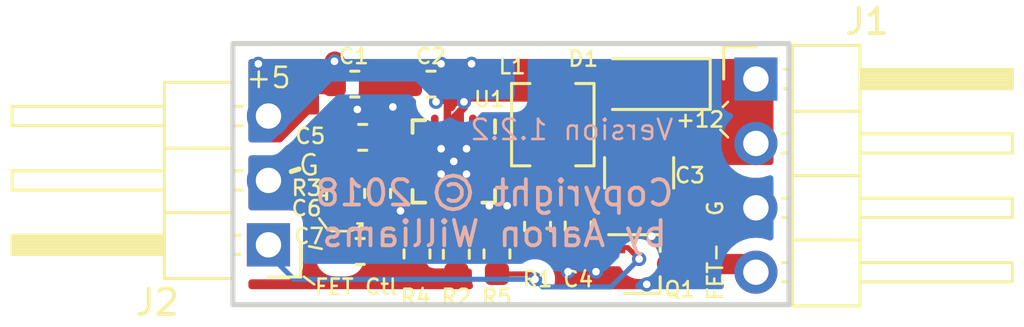
<source format=kicad_pcb>
(kicad_pcb (version 20171130) (host pcbnew 5.1.4-5.1.4)

  (general
    (thickness 1.6)
    (drawings 25)
    (tracks 94)
    (zones 0)
    (modules 18)
    (nets 15)
  )

  (page USLetter)
  (title_block
    (title "5v to 12v booster")
    (date 2019-02-04)
    (rev 1.2.3)
    (company "Copyright © 2018 by Aaron Williams")
    (comment 1 "5V to 12V boost converter")
    (comment 2 "Limited to 400ma")
  )

  (layers
    (0 F.Cu signal)
    (31 B.Cu signal)
    (32 B.Adhes user)
    (33 F.Adhes user)
    (34 B.Paste user hide)
    (35 F.Paste user)
    (36 B.SilkS user)
    (37 F.SilkS user)
    (38 B.Mask user)
    (39 F.Mask user)
    (40 Dwgs.User user)
    (41 Cmts.User user)
    (42 Eco1.User user)
    (43 Eco2.User user)
    (44 Edge.Cuts user)
    (45 Margin user)
    (46 B.CrtYd user)
    (47 F.CrtYd user)
    (48 B.Fab user)
    (49 F.Fab user hide)
  )

  (setup
    (last_trace_width 0.2)
    (user_trace_width 0.2)
    (user_trace_width 0.3)
    (user_trace_width 0.4)
    (user_trace_width 0.5)
    (user_trace_width 0.8)
    (trace_clearance 0.2)
    (zone_clearance 0.508)
    (zone_45_only yes)
    (trace_min 0.1524)
    (via_size 0.56)
    (via_drill 0.3)
    (via_min_size 0.3)
    (via_min_drill 0.3)
    (uvia_size 0.3)
    (uvia_drill 0.1)
    (uvias_allowed no)
    (uvia_min_size 0.2)
    (uvia_min_drill 0.1)
    (edge_width 0.1)
    (segment_width 0.1)
    (pcb_text_width 0.3)
    (pcb_text_size 0.8 0.8)
    (mod_edge_width 0.15)
    (mod_text_size 1 1)
    (mod_text_width 0.15)
    (pad_size 1.524 1.524)
    (pad_drill 0.762)
    (pad_to_mask_clearance -0.0508)
    (solder_mask_min_width 0.25)
    (aux_axis_origin 0 0)
    (visible_elements FFFFFF7F)
    (pcbplotparams
      (layerselection 0x010fc_ffffffff)
      (usegerberextensions false)
      (usegerberattributes false)
      (usegerberadvancedattributes false)
      (creategerberjobfile false)
      (excludeedgelayer true)
      (linewidth 0.100000)
      (plotframeref false)
      (viasonmask false)
      (mode 1)
      (useauxorigin false)
      (hpglpennumber 1)
      (hpglpenspeed 20)
      (hpglpendiameter 15.000000)
      (psnegative false)
      (psa4output false)
      (plotreference true)
      (plotvalue true)
      (plotinvisibletext false)
      (padsonsilk false)
      (subtractmaskfromsilk false)
      (outputformat 1)
      (mirror false)
      (drillshape 0)
      (scaleselection 1)
      (outputdirectory "Gerbers/"))
  )

  (net 0 "")
  (net 1 +12V)
  (net 2 GND)
  (net 3 "Net-(C7-Pad1)")
  (net 4 +5V)
  (net 5 "Net-(U1-Pad5)")
  (net 6 "Net-(U1-Pad10)")
  (net 7 "Net-(U1-Pad14)")
  (net 8 /SW)
  (net 9 /FET_CTL)
  (net 10 /FET_DRV)
  (net 11 /FB)
  (net 12 /COMP)
  (net 13 /FREQ)
  (net 14 /SS)

  (net_class Default "This is the default net class."
    (clearance 0.2)
    (trace_width 0.2)
    (via_dia 0.56)
    (via_drill 0.3)
    (uvia_dia 0.3)
    (uvia_drill 0.1)
    (add_net /COMP)
    (add_net /FB)
    (add_net /FET_CTL)
    (add_net /FET_DRV)
    (add_net /FREQ)
    (add_net /SS)
    (add_net /SW)
    (add_net GND)
    (add_net "Net-(C7-Pad1)")
    (add_net "Net-(U1-Pad10)")
    (add_net "Net-(U1-Pad14)")
    (add_net "Net-(U1-Pad5)")
  )

  (net_class 12V ""
    (clearance 0.2)
    (trace_width 0.5)
    (via_dia 0.56)
    (via_drill 0.3)
    (uvia_dia 0.3)
    (uvia_drill 0.1)
    (add_net +12V)
  )

  (net_class 5V ""
    (clearance 0.2)
    (trace_width 0.8)
    (via_dia 0.56)
    (via_drill 0.3)
    (uvia_dia 0.3)
    (uvia_drill 0.1)
    (add_net +5V)
  )

  (module Connector_PinHeader_2.54mm:PinHeader_1x03_P2.54mm_Horizontal (layer F.Cu) (tedit 59FED5CB) (tstamp 5C104FBF)
    (at 113.6 79.44 180)
    (descr "Through hole angled pin header, 1x03, 2.54mm pitch, 6mm pin length, single row")
    (tags "Through hole angled pin header THT 1x03 2.54mm single row")
    (path /5BABB239)
    (fp_text reference J2 (at 4.385 -2.27 180) (layer F.SilkS)
      (effects (font (size 1 1) (thickness 0.15)))
    )
    (fp_text value Conn_01x03 (at 4.385 7.35 180) (layer F.Fab)
      (effects (font (size 1 1) (thickness 0.15)))
    )
    (fp_line (start 2.135 -1.27) (end 4.04 -1.27) (layer F.Fab) (width 0.1))
    (fp_line (start 4.04 -1.27) (end 4.04 6.35) (layer F.Fab) (width 0.1))
    (fp_line (start 4.04 6.35) (end 1.5 6.35) (layer F.Fab) (width 0.1))
    (fp_line (start 1.5 6.35) (end 1.5 -0.635) (layer F.Fab) (width 0.1))
    (fp_line (start 1.5 -0.635) (end 2.135 -1.27) (layer F.Fab) (width 0.1))
    (fp_line (start -0.32 -0.32) (end 1.5 -0.32) (layer F.Fab) (width 0.1))
    (fp_line (start -0.32 -0.32) (end -0.32 0.32) (layer F.Fab) (width 0.1))
    (fp_line (start -0.32 0.32) (end 1.5 0.32) (layer F.Fab) (width 0.1))
    (fp_line (start 4.04 -0.32) (end 10.04 -0.32) (layer F.Fab) (width 0.1))
    (fp_line (start 10.04 -0.32) (end 10.04 0.32) (layer F.Fab) (width 0.1))
    (fp_line (start 4.04 0.32) (end 10.04 0.32) (layer F.Fab) (width 0.1))
    (fp_line (start -0.32 2.22) (end 1.5 2.22) (layer F.Fab) (width 0.1))
    (fp_line (start -0.32 2.22) (end -0.32 2.86) (layer F.Fab) (width 0.1))
    (fp_line (start -0.32 2.86) (end 1.5 2.86) (layer F.Fab) (width 0.1))
    (fp_line (start 4.04 2.22) (end 10.04 2.22) (layer F.Fab) (width 0.1))
    (fp_line (start 10.04 2.22) (end 10.04 2.86) (layer F.Fab) (width 0.1))
    (fp_line (start 4.04 2.86) (end 10.04 2.86) (layer F.Fab) (width 0.1))
    (fp_line (start -0.32 4.76) (end 1.5 4.76) (layer F.Fab) (width 0.1))
    (fp_line (start -0.32 4.76) (end -0.32 5.4) (layer F.Fab) (width 0.1))
    (fp_line (start -0.32 5.4) (end 1.5 5.4) (layer F.Fab) (width 0.1))
    (fp_line (start 4.04 4.76) (end 10.04 4.76) (layer F.Fab) (width 0.1))
    (fp_line (start 10.04 4.76) (end 10.04 5.4) (layer F.Fab) (width 0.1))
    (fp_line (start 4.04 5.4) (end 10.04 5.4) (layer F.Fab) (width 0.1))
    (fp_line (start 1.44 -1.33) (end 1.44 6.41) (layer F.SilkS) (width 0.12))
    (fp_line (start 1.44 6.41) (end 4.1 6.41) (layer F.SilkS) (width 0.12))
    (fp_line (start 4.1 6.41) (end 4.1 -1.33) (layer F.SilkS) (width 0.12))
    (fp_line (start 4.1 -1.33) (end 1.44 -1.33) (layer F.SilkS) (width 0.12))
    (fp_line (start 4.1 -0.38) (end 10.1 -0.38) (layer F.SilkS) (width 0.12))
    (fp_line (start 10.1 -0.38) (end 10.1 0.38) (layer F.SilkS) (width 0.12))
    (fp_line (start 10.1 0.38) (end 4.1 0.38) (layer F.SilkS) (width 0.12))
    (fp_line (start 4.1 -0.32) (end 10.1 -0.32) (layer F.SilkS) (width 0.12))
    (fp_line (start 4.1 -0.2) (end 10.1 -0.2) (layer F.SilkS) (width 0.12))
    (fp_line (start 4.1 -0.08) (end 10.1 -0.08) (layer F.SilkS) (width 0.12))
    (fp_line (start 4.1 0.04) (end 10.1 0.04) (layer F.SilkS) (width 0.12))
    (fp_line (start 4.1 0.16) (end 10.1 0.16) (layer F.SilkS) (width 0.12))
    (fp_line (start 4.1 0.28) (end 10.1 0.28) (layer F.SilkS) (width 0.12))
    (fp_line (start 1.11 -0.38) (end 1.44 -0.38) (layer F.SilkS) (width 0.12))
    (fp_line (start 1.11 0.38) (end 1.44 0.38) (layer F.SilkS) (width 0.12))
    (fp_line (start 1.44 1.27) (end 4.1 1.27) (layer F.SilkS) (width 0.12))
    (fp_line (start 4.1 2.16) (end 10.1 2.16) (layer F.SilkS) (width 0.12))
    (fp_line (start 10.1 2.16) (end 10.1 2.92) (layer F.SilkS) (width 0.12))
    (fp_line (start 10.1 2.92) (end 4.1 2.92) (layer F.SilkS) (width 0.12))
    (fp_line (start 1.042929 2.16) (end 1.44 2.16) (layer F.SilkS) (width 0.12))
    (fp_line (start 1.042929 2.92) (end 1.44 2.92) (layer F.SilkS) (width 0.12))
    (fp_line (start 1.44 3.81) (end 4.1 3.81) (layer F.SilkS) (width 0.12))
    (fp_line (start 4.1 4.7) (end 10.1 4.7) (layer F.SilkS) (width 0.12))
    (fp_line (start 10.1 4.7) (end 10.1 5.46) (layer F.SilkS) (width 0.12))
    (fp_line (start 10.1 5.46) (end 4.1 5.46) (layer F.SilkS) (width 0.12))
    (fp_line (start 1.042929 4.7) (end 1.44 4.7) (layer F.SilkS) (width 0.12))
    (fp_line (start 1.042929 5.46) (end 1.44 5.46) (layer F.SilkS) (width 0.12))
    (fp_line (start -1.27 0) (end -1.27 -1.27) (layer F.SilkS) (width 0.12))
    (fp_line (start -1.27 -1.27) (end 0 -1.27) (layer F.SilkS) (width 0.12))
    (fp_line (start -1.8 -1.8) (end -1.8 6.85) (layer F.CrtYd) (width 0.05))
    (fp_line (start -1.8 6.85) (end 10.55 6.85) (layer F.CrtYd) (width 0.05))
    (fp_line (start 10.55 6.85) (end 10.55 -1.8) (layer F.CrtYd) (width 0.05))
    (fp_line (start 10.55 -1.8) (end -1.8 -1.8) (layer F.CrtYd) (width 0.05))
    (fp_text user %R (at 2.77 2.54 270) (layer F.Fab)
      (effects (font (size 1 1) (thickness 0.15)))
    )
    (pad 1 thru_hole rect (at 0 0 180) (size 1.7 1.7) (drill 1) (layers *.Cu *.Mask)
      (net 9 /FET_CTL))
    (pad 2 thru_hole oval (at 0 2.54 180) (size 1.7 1.7) (drill 1) (layers *.Cu *.Mask)
      (net 2 GND))
    (pad 3 thru_hole oval (at 0 5.08 180) (size 1.7 1.7) (drill 1) (layers *.Cu *.Mask)
      (net 4 +5V))
    (model ${KISYS3DMOD}/Connector_PinHeader_2.54mm.3dshapes/PinHeader_1x03_P2.54mm_Horizontal.wrl
      (at (xyz 0 0 0))
      (scale (xyz 1 1 1))
      (rotate (xyz 0 0 0))
    )
  )

  (module Connector_PinHeader_2.54mm:PinHeader_1x04_P2.54mm_Horizontal (layer F.Cu) (tedit 59FED5CB) (tstamp 5C104F73)
    (at 132.8 72.9)
    (descr "Through hole angled pin header, 1x04, 2.54mm pitch, 6mm pin length, single row")
    (tags "Through hole angled pin header THT 1x04 2.54mm single row")
    (path /5BAB769A)
    (fp_text reference J1 (at 4.385 -2.27) (layer F.SilkS)
      (effects (font (size 1 1) (thickness 0.15)))
    )
    (fp_text value Conn_01x04 (at 4.385 9.89) (layer F.Fab)
      (effects (font (size 1 1) (thickness 0.15)))
    )
    (fp_line (start 2.135 -1.27) (end 4.04 -1.27) (layer F.Fab) (width 0.1))
    (fp_line (start 4.04 -1.27) (end 4.04 8.89) (layer F.Fab) (width 0.1))
    (fp_line (start 4.04 8.89) (end 1.5 8.89) (layer F.Fab) (width 0.1))
    (fp_line (start 1.5 8.89) (end 1.5 -0.635) (layer F.Fab) (width 0.1))
    (fp_line (start 1.5 -0.635) (end 2.135 -1.27) (layer F.Fab) (width 0.1))
    (fp_line (start -0.32 -0.32) (end 1.5 -0.32) (layer F.Fab) (width 0.1))
    (fp_line (start -0.32 -0.32) (end -0.32 0.32) (layer F.Fab) (width 0.1))
    (fp_line (start -0.32 0.32) (end 1.5 0.32) (layer F.Fab) (width 0.1))
    (fp_line (start 4.04 -0.32) (end 10.04 -0.32) (layer F.Fab) (width 0.1))
    (fp_line (start 10.04 -0.32) (end 10.04 0.32) (layer F.Fab) (width 0.1))
    (fp_line (start 4.04 0.32) (end 10.04 0.32) (layer F.Fab) (width 0.1))
    (fp_line (start -0.32 2.22) (end 1.5 2.22) (layer F.Fab) (width 0.1))
    (fp_line (start -0.32 2.22) (end -0.32 2.86) (layer F.Fab) (width 0.1))
    (fp_line (start -0.32 2.86) (end 1.5 2.86) (layer F.Fab) (width 0.1))
    (fp_line (start 4.04 2.22) (end 10.04 2.22) (layer F.Fab) (width 0.1))
    (fp_line (start 10.04 2.22) (end 10.04 2.86) (layer F.Fab) (width 0.1))
    (fp_line (start 4.04 2.86) (end 10.04 2.86) (layer F.Fab) (width 0.1))
    (fp_line (start -0.32 4.76) (end 1.5 4.76) (layer F.Fab) (width 0.1))
    (fp_line (start -0.32 4.76) (end -0.32 5.4) (layer F.Fab) (width 0.1))
    (fp_line (start -0.32 5.4) (end 1.5 5.4) (layer F.Fab) (width 0.1))
    (fp_line (start 4.04 4.76) (end 10.04 4.76) (layer F.Fab) (width 0.1))
    (fp_line (start 10.04 4.76) (end 10.04 5.4) (layer F.Fab) (width 0.1))
    (fp_line (start 4.04 5.4) (end 10.04 5.4) (layer F.Fab) (width 0.1))
    (fp_line (start -0.32 7.3) (end 1.5 7.3) (layer F.Fab) (width 0.1))
    (fp_line (start -0.32 7.3) (end -0.32 7.94) (layer F.Fab) (width 0.1))
    (fp_line (start -0.32 7.94) (end 1.5 7.94) (layer F.Fab) (width 0.1))
    (fp_line (start 4.04 7.3) (end 10.04 7.3) (layer F.Fab) (width 0.1))
    (fp_line (start 10.04 7.3) (end 10.04 7.94) (layer F.Fab) (width 0.1))
    (fp_line (start 4.04 7.94) (end 10.04 7.94) (layer F.Fab) (width 0.1))
    (fp_line (start 1.44 -1.33) (end 1.44 8.95) (layer F.SilkS) (width 0.12))
    (fp_line (start 1.44 8.95) (end 4.1 8.95) (layer F.SilkS) (width 0.12))
    (fp_line (start 4.1 8.95) (end 4.1 -1.33) (layer F.SilkS) (width 0.12))
    (fp_line (start 4.1 -1.33) (end 1.44 -1.33) (layer F.SilkS) (width 0.12))
    (fp_line (start 4.1 -0.38) (end 10.1 -0.38) (layer F.SilkS) (width 0.12))
    (fp_line (start 10.1 -0.38) (end 10.1 0.38) (layer F.SilkS) (width 0.12))
    (fp_line (start 10.1 0.38) (end 4.1 0.38) (layer F.SilkS) (width 0.12))
    (fp_line (start 4.1 -0.32) (end 10.1 -0.32) (layer F.SilkS) (width 0.12))
    (fp_line (start 4.1 -0.2) (end 10.1 -0.2) (layer F.SilkS) (width 0.12))
    (fp_line (start 4.1 -0.08) (end 10.1 -0.08) (layer F.SilkS) (width 0.12))
    (fp_line (start 4.1 0.04) (end 10.1 0.04) (layer F.SilkS) (width 0.12))
    (fp_line (start 4.1 0.16) (end 10.1 0.16) (layer F.SilkS) (width 0.12))
    (fp_line (start 4.1 0.28) (end 10.1 0.28) (layer F.SilkS) (width 0.12))
    (fp_line (start 1.11 -0.38) (end 1.44 -0.38) (layer F.SilkS) (width 0.12))
    (fp_line (start 1.11 0.38) (end 1.44 0.38) (layer F.SilkS) (width 0.12))
    (fp_line (start 1.44 1.27) (end 4.1 1.27) (layer F.SilkS) (width 0.12))
    (fp_line (start 4.1 2.16) (end 10.1 2.16) (layer F.SilkS) (width 0.12))
    (fp_line (start 10.1 2.16) (end 10.1 2.92) (layer F.SilkS) (width 0.12))
    (fp_line (start 10.1 2.92) (end 4.1 2.92) (layer F.SilkS) (width 0.12))
    (fp_line (start 1.042929 2.16) (end 1.44 2.16) (layer F.SilkS) (width 0.12))
    (fp_line (start 1.042929 2.92) (end 1.44 2.92) (layer F.SilkS) (width 0.12))
    (fp_line (start 1.44 3.81) (end 4.1 3.81) (layer F.SilkS) (width 0.12))
    (fp_line (start 4.1 4.7) (end 10.1 4.7) (layer F.SilkS) (width 0.12))
    (fp_line (start 10.1 4.7) (end 10.1 5.46) (layer F.SilkS) (width 0.12))
    (fp_line (start 10.1 5.46) (end 4.1 5.46) (layer F.SilkS) (width 0.12))
    (fp_line (start 1.042929 4.7) (end 1.44 4.7) (layer F.SilkS) (width 0.12))
    (fp_line (start 1.042929 5.46) (end 1.44 5.46) (layer F.SilkS) (width 0.12))
    (fp_line (start 1.44 6.35) (end 4.1 6.35) (layer F.SilkS) (width 0.12))
    (fp_line (start 4.1 7.24) (end 10.1 7.24) (layer F.SilkS) (width 0.12))
    (fp_line (start 10.1 7.24) (end 10.1 8) (layer F.SilkS) (width 0.12))
    (fp_line (start 10.1 8) (end 4.1 8) (layer F.SilkS) (width 0.12))
    (fp_line (start 1.042929 7.24) (end 1.44 7.24) (layer F.SilkS) (width 0.12))
    (fp_line (start 1.042929 8) (end 1.44 8) (layer F.SilkS) (width 0.12))
    (fp_line (start -1.27 0) (end -1.27 -1.27) (layer F.SilkS) (width 0.12))
    (fp_line (start -1.27 -1.27) (end 0 -1.27) (layer F.SilkS) (width 0.12))
    (fp_line (start -1.8 -1.8) (end -1.8 9.4) (layer F.CrtYd) (width 0.05))
    (fp_line (start -1.8 9.4) (end 10.55 9.4) (layer F.CrtYd) (width 0.05))
    (fp_line (start 10.55 9.4) (end 10.55 -1.8) (layer F.CrtYd) (width 0.05))
    (fp_line (start 10.55 -1.8) (end -1.8 -1.8) (layer F.CrtYd) (width 0.05))
    (fp_text user %R (at 2.77 3.81 90) (layer F.Fab)
      (effects (font (size 1 1) (thickness 0.15)))
    )
    (pad 1 thru_hole rect (at 0 0) (size 1.7 1.7) (drill 1) (layers *.Cu *.Mask)
      (net 1 +12V))
    (pad 2 thru_hole oval (at 0 2.54) (size 1.7 1.7) (drill 1) (layers *.Cu *.Mask)
      (net 1 +12V))
    (pad 3 thru_hole oval (at 0 5.08) (size 1.7 1.7) (drill 1) (layers *.Cu *.Mask)
      (net 2 GND))
    (pad 4 thru_hole oval (at 0 7.62) (size 1.7 1.7) (drill 1) (layers *.Cu *.Mask)
      (net 10 /FET_DRV))
    (model ${KISYS3DMOD}/Connector_PinHeader_2.54mm.3dshapes/PinHeader_1x04_P2.54mm_Horizontal.wrl
      (at (xyz 0 0 0))
      (scale (xyz 1 1 1))
      (rotate (xyz 0 0 0))
    )
  )

  (module Aaron:QFN-16-1EP_3x3mm_P0.5mm_EP2.7x2.7mm_ThermalVias (layer F.Cu) (tedit 5BCD8F8B) (tstamp 5BCDFC1E)
    (at 120.9 76.15 270)
    (descr "16-Lead Plastic Quad Flat, No Lead Package (NG) - 3x3x0.9 mm Body [QFN]; (see Microchip Packaging Specification 00000049BS.pdf)")
    (tags "QFN 0.5")
    (path /5BAB0E99)
    (attr smd)
    (fp_text reference U1 (at -2.45 -1.4) (layer F.SilkS)
      (effects (font (size 0.6 0.6) (thickness 0.1)))
    )
    (fp_text value TPS55340-Q1 (at 0 2.85 270) (layer F.Fab)
      (effects (font (size 1 1) (thickness 0.15)))
    )
    (fp_line (start 1.625 -1.625) (end 1.125 -1.625) (layer F.SilkS) (width 0.15))
    (fp_line (start 1.625 1.625) (end 1.125 1.625) (layer F.SilkS) (width 0.15))
    (fp_line (start -1.625 1.625) (end -1.125 1.625) (layer F.SilkS) (width 0.15))
    (fp_line (start -1.625 -1.625) (end -1.125 -1.625) (layer F.SilkS) (width 0.15))
    (fp_line (start 1.625 1.625) (end 1.625 1.125) (layer F.SilkS) (width 0.15))
    (fp_line (start -1.625 1.625) (end -1.625 1.125) (layer F.SilkS) (width 0.15))
    (fp_line (start 1.625 -1.625) (end 1.625 -1.125) (layer F.SilkS) (width 0.15))
    (fp_line (start -2.1 2.1) (end 2.1 2.1) (layer F.CrtYd) (width 0.05))
    (fp_line (start -2.1 -2.1) (end 2.1 -2.1) (layer F.CrtYd) (width 0.05))
    (fp_line (start 2.1 -2.1) (end 2.1 2.1) (layer F.CrtYd) (width 0.05))
    (fp_line (start -2.1 -2.1) (end -2.1 2.1) (layer F.CrtYd) (width 0.05))
    (fp_line (start -1.5 -0.5) (end -0.5 -1.5) (layer F.Fab) (width 0.15))
    (fp_line (start -1.5 1.5) (end -1.5 -0.5) (layer F.Fab) (width 0.15))
    (fp_line (start 1.5 1.5) (end -1.5 1.5) (layer F.Fab) (width 0.15))
    (fp_line (start 1.5 -1.5) (end 1.5 1.5) (layer F.Fab) (width 0.15))
    (fp_line (start -0.5 -1.5) (end 1.5 -1.5) (layer F.Fab) (width 0.15))
    (fp_text user %R (at 0 0 270) (layer F.Fab)
      (effects (font (size 0.65 0.65) (thickness 0.125)))
    )
    (pad "" smd rect (at 0.5 0.5 270) (size 0.73 0.73) (layers F.Paste))
    (pad "" smd rect (at -0.5 0.5 270) (size 0.73 0.73) (layers F.Paste))
    (pad "" smd rect (at -0.5 -0.5 270) (size 0.73 0.73) (layers F.Paste))
    (pad 17 thru_hole circle (at -0.5 0.5 270) (size 0.6 0.6) (drill 0.3) (layers *.Cu)
      (net 2 GND))
    (pad 17 thru_hole circle (at 0.5 0.5 270) (size 0.6 0.6) (drill 0.3) (layers *.Cu)
      (net 2 GND))
    (pad 17 thru_hole circle (at 0.5 -0.5 270) (size 0.6 0.6) (drill 0.3) (layers *.Cu)
      (net 2 GND))
    (pad 17 thru_hole circle (at -0.5 -0.5 270) (size 0.6 0.6) (drill 0.3) (layers *.Cu)
      (net 2 GND))
    (pad 17 thru_hole circle (at 0 0 270) (size 0.6 0.6) (drill 0.3) (layers *.Cu)
      (net 2 GND))
    (pad 17 smd rect (at 0 0 270) (size 1.8 1.8) (layers F.Cu F.Mask)
      (net 2 GND))
    (pad "" smd rect (at 0.5 -0.5 270) (size 0.73 0.73) (layers F.Paste))
    (pad 17 smd rect (at 0 0 270) (size 1.8 1.8) (layers B.Cu)
      (net 2 GND))
    (pad 16 smd oval (at -0.75 -1.475) (size 0.75 0.3) (layers F.Cu F.Paste F.Mask)
      (net 8 /SW))
    (pad 15 smd oval (at -0.25 -1.475) (size 0.75 0.3) (layers F.Cu F.Paste F.Mask)
      (net 8 /SW))
    (pad 14 smd oval (at 0.25 -1.475) (size 0.75 0.3) (layers F.Cu F.Paste F.Mask)
      (net 7 "Net-(U1-Pad14)"))
    (pad 13 smd oval (at 0.75 -1.475) (size 0.75 0.3) (layers F.Cu F.Paste F.Mask)
      (net 2 GND))
    (pad 12 smd oval (at 1.475 -0.75 270) (size 0.75 0.3) (layers F.Cu F.Paste F.Mask)
      (net 2 GND))
    (pad 11 smd oval (at 1.475 -0.25 270) (size 0.75 0.3) (layers F.Cu F.Paste F.Mask)
      (net 2 GND))
    (pad 10 smd oval (at 1.475 0.25 270) (size 0.75 0.3) (layers F.Cu F.Paste F.Mask)
      (net 6 "Net-(U1-Pad10)"))
    (pad 9 smd oval (at 1.475 0.75 270) (size 0.75 0.3) (layers F.Cu F.Paste F.Mask)
      (net 13 /FREQ))
    (pad 8 smd oval (at 0.75 1.475) (size 0.75 0.3) (layers F.Cu F.Paste F.Mask)
      (net 11 /FB))
    (pad 7 smd oval (at 0.25 1.475) (size 0.75 0.3) (layers F.Cu F.Paste F.Mask)
      (net 12 /COMP))
    (pad 6 smd oval (at -0.25 1.475) (size 0.75 0.3) (layers F.Cu F.Paste F.Mask)
      (net 2 GND))
    (pad 5 smd oval (at -0.75 1.475) (size 0.75 0.3) (layers F.Cu F.Paste F.Mask)
      (net 5 "Net-(U1-Pad5)"))
    (pad 4 smd oval (at -1.475 0.75 270) (size 0.75 0.3) (layers F.Cu F.Paste F.Mask)
      (net 14 /SS))
    (pad 3 smd oval (at -1.475 0.25 270) (size 0.75 0.3) (layers F.Cu F.Paste F.Mask)
      (net 4 +5V))
    (pad 2 smd oval (at -1.475 -0.25 270) (size 0.75 0.3) (layers F.Cu F.Paste F.Mask)
      (net 4 +5V))
    (pad 1 smd oval (at -1.475 -0.75 270) (size 0.75 0.3) (layers F.Cu F.Paste F.Mask)
      (net 8 /SW))
    (model ${KISYS3DMOD}/Package_DFN_QFN.3dshapes/QFN-16-1EP_3x3mm_P0.5mm_EP2.7x2.7mm_ThermalVias.wrl
      (at (xyz 0 0 0))
      (scale (xyz 1 1 1))
      (rotate (xyz 0 0 0))
    )
    (model /home/aaronw/kicad/library/git-old/kicad-library/modules/packages3d/Housings_DFN_QFN.3dshapes/QFN-16-1EP_3x3mm_Pitch0.5mm.step
      (at (xyz 0 0 0))
      (scale (xyz 1 1 1))
      (rotate (xyz 0 0 0))
    )
  )

  (module Diode_SMD:D_SOD-123F (layer F.Cu) (tedit 5BCD8F81) (tstamp 5C0173A7)
    (at 128.8 73.1 180)
    (descr D_SOD-123F)
    (tags D_SOD-123F)
    (path /5BAB0FFC)
    (attr smd)
    (fp_text reference D1 (at 2.8 1 180) (layer F.SilkS)
      (effects (font (size 0.6 0.6) (thickness 0.1)))
    )
    (fp_text value D_Schottky (at 0 2.1 180) (layer F.Fab)
      (effects (font (size 1 1) (thickness 0.15)))
    )
    (fp_line (start -2.2 -1) (end 1.65 -1) (layer F.SilkS) (width 0.12))
    (fp_line (start -2.2 1) (end 1.65 1) (layer F.SilkS) (width 0.12))
    (fp_line (start -2.2 -1.15) (end -2.2 1.15) (layer F.CrtYd) (width 0.05))
    (fp_line (start 2.2 1.15) (end -2.2 1.15) (layer F.CrtYd) (width 0.05))
    (fp_line (start 2.2 -1.15) (end 2.2 1.15) (layer F.CrtYd) (width 0.05))
    (fp_line (start -2.2 -1.15) (end 2.2 -1.15) (layer F.CrtYd) (width 0.05))
    (fp_line (start -1.4 -0.9) (end 1.4 -0.9) (layer F.Fab) (width 0.1))
    (fp_line (start 1.4 -0.9) (end 1.4 0.9) (layer F.Fab) (width 0.1))
    (fp_line (start 1.4 0.9) (end -1.4 0.9) (layer F.Fab) (width 0.1))
    (fp_line (start -1.4 0.9) (end -1.4 -0.9) (layer F.Fab) (width 0.1))
    (fp_line (start -0.75 0) (end -0.35 0) (layer F.Fab) (width 0.1))
    (fp_line (start -0.35 0) (end -0.35 -0.55) (layer F.Fab) (width 0.1))
    (fp_line (start -0.35 0) (end -0.35 0.55) (layer F.Fab) (width 0.1))
    (fp_line (start -0.35 0) (end 0.25 -0.4) (layer F.Fab) (width 0.1))
    (fp_line (start 0.25 -0.4) (end 0.25 0.4) (layer F.Fab) (width 0.1))
    (fp_line (start 0.25 0.4) (end -0.35 0) (layer F.Fab) (width 0.1))
    (fp_line (start 0.25 0) (end 0.75 0) (layer F.Fab) (width 0.1))
    (fp_line (start -2.2 -1) (end -2.2 1) (layer F.SilkS) (width 0.12))
    (fp_text user %R (at -0.127 -1.905 180) (layer F.Fab)
      (effects (font (size 1 1) (thickness 0.15)))
    )
    (pad 2 smd rect (at 1.4 0 180) (size 1.1 1.1) (layers F.Cu F.Paste F.Mask)
      (net 8 /SW))
    (pad 1 smd rect (at -1.4 0 180) (size 1.1 1.1) (layers F.Cu F.Paste F.Mask)
      (net 1 +12V))
    (model ${KISYS3DMOD}/Diode_SMD.3dshapes/D_SOD-123F.wrl
      (at (xyz 0 0 0))
      (scale (xyz 1 1 1))
      (rotate (xyz 0 0 0))
    )
  )

  (module Aaron:L_Vishay_IHLP-1212 (layer F.Cu) (tedit 5BC76786) (tstamp 5C1059E1)
    (at 124.8 74.7 270)
    (descr "Inductor, Vishay, IHLP series, 3.0mmx3.0mm")
    (tags "inductor vishay ihlp smd")
    (path /5BAB0F75)
    (attr smd)
    (fp_text reference L1 (at -2.3 1.6) (layer F.SilkS)
      (effects (font (size 0.6 0.6) (thickness 0.1)))
    )
    (fp_text value 3.3uH (at 0 3.024 270) (layer F.Fab)
      (effects (font (size 1 1) (thickness 0.15)))
    )
    (fp_text user %R (at 0 0 270) (layer F.Fab)
      (effects (font (size 0.7 0.7) (thickness 0.105)))
    )
    (fp_line (start -1.524 -1.524) (end -1.524 1.524) (layer F.Fab) (width 0.1))
    (fp_line (start -1.524 1.524) (end 1.524 1.524) (layer F.Fab) (width 0.1))
    (fp_line (start 1.524 1.524) (end 1.524 -1.524) (layer F.Fab) (width 0.1))
    (fp_line (start 1.524 -1.524) (end -1.524 -1.524) (layer F.Fab) (width 0.1))
    (fp_line (start -1.624 -0.9) (end -1.624 -1.624) (layer F.SilkS) (width 0.12))
    (fp_line (start -1.624 -1.624) (end 1.624 -1.624) (layer F.SilkS) (width 0.12))
    (fp_line (start 1.624 -1.624) (end 1.624 -0.9) (layer F.SilkS) (width 0.12))
    (fp_line (start -1.624 0.9) (end -1.624 1.624) (layer F.SilkS) (width 0.12))
    (fp_line (start -1.624 1.624) (end 1.624 1.624) (layer F.SilkS) (width 0.12))
    (fp_line (start 1.624 1.624) (end 1.624 0.9) (layer F.SilkS) (width 0.12))
    (fp_line (start -2.35 -1.8) (end -2.35 1.8) (layer F.CrtYd) (width 0.05))
    (fp_line (start -2.35 1.8) (end 2.35 1.8) (layer F.CrtYd) (width 0.05))
    (fp_line (start 2.35 1.8) (end 2.35 -1.8) (layer F.CrtYd) (width 0.05))
    (fp_line (start 2.35 -1.8) (end -2.35 -1.8) (layer F.CrtYd) (width 0.05))
    (pad 1 smd rect (at -1.35 0 270) (size 1.5 1.2) (layers F.Cu F.Paste F.Mask)
      (net 4 +5V))
    (pad 2 smd rect (at 1.35 0 270) (size 1.5 1.2) (layers F.Cu F.Paste F.Mask)
      (net 8 /SW))
    (model ${KISYS3DMOD}/Inductor_SMD.3dshapes/L_Vishay_IHLP-1212.wrl
      (at (xyz 0 0 0))
      (scale (xyz 1 1 1))
      (rotate (xyz 0 0 0))
    )
    (model /home/aaronw/kicad/library/aaron/packages3d/IND_IHLP-1212BZ.stp
      (at (xyz 0 0 0))
      (scale (xyz 1 1 1))
      (rotate (xyz 0 0 0))
    )
  )

  (module Package_TO_SOT_SMD:SOT-323_SC-70 (layer F.Cu) (tedit 5A02FF57) (tstamp 5BC051A0)
    (at 128.3 80.2)
    (descr "SOT-323, SC-70")
    (tags "SOT-323 SC-70")
    (path /5BAD0965)
    (attr smd)
    (fp_text reference Q1 (at 1.5 1) (layer F.SilkS)
      (effects (font (size 0.6 0.6) (thickness 0.1)))
    )
    (fp_text value BSS214NW (at -0.05 2.05) (layer F.Fab)
      (effects (font (size 1 1) (thickness 0.15)))
    )
    (fp_line (start -0.18 -1.1) (end -0.68 -0.6) (layer F.Fab) (width 0.1))
    (fp_line (start 0.67 1.1) (end -0.68 1.1) (layer F.Fab) (width 0.1))
    (fp_line (start 0.67 -1.1) (end 0.67 1.1) (layer F.Fab) (width 0.1))
    (fp_line (start -0.68 -0.6) (end -0.68 1.1) (layer F.Fab) (width 0.1))
    (fp_line (start 0.67 -1.1) (end -0.18 -1.1) (layer F.Fab) (width 0.1))
    (fp_line (start -0.68 1.16) (end 0.73 1.16) (layer F.SilkS) (width 0.12))
    (fp_line (start 0.73 -1.16) (end -1.3 -1.16) (layer F.SilkS) (width 0.12))
    (fp_line (start -1.7 1.3) (end -1.7 -1.3) (layer F.CrtYd) (width 0.05))
    (fp_line (start -1.7 -1.3) (end 1.7 -1.3) (layer F.CrtYd) (width 0.05))
    (fp_line (start 1.7 -1.3) (end 1.7 1.3) (layer F.CrtYd) (width 0.05))
    (fp_line (start 1.7 1.3) (end -1.7 1.3) (layer F.CrtYd) (width 0.05))
    (fp_line (start 0.73 -1.16) (end 0.73 -0.5) (layer F.SilkS) (width 0.12))
    (fp_line (start 0.73 0.5) (end 0.73 1.16) (layer F.SilkS) (width 0.12))
    (fp_text user %R (at 0 0 90) (layer F.Fab)
      (effects (font (size 0.5 0.5) (thickness 0.075)))
    )
    (pad 3 smd rect (at 1 0 270) (size 0.45 0.7) (layers F.Cu F.Paste F.Mask)
      (net 10 /FET_DRV))
    (pad 2 smd rect (at -1 0.65 270) (size 0.45 0.7) (layers F.Cu F.Paste F.Mask)
      (net 2 GND))
    (pad 1 smd rect (at -1 -0.65 270) (size 0.45 0.7) (layers F.Cu F.Paste F.Mask)
      (net 9 /FET_CTL))
    (model ${KISYS3DMOD}/Package_TO_SOT_SMD.3dshapes/SOT-323_SC-70.wrl
      (at (xyz 0 0 0))
      (scale (xyz 1 1 1))
      (rotate (xyz 0 0 0))
    )
  )

  (module Resistor_SMD:R_0603_1608Metric (layer F.Cu) (tedit 5B301BBD) (tstamp 5BC04E15)
    (at 122.6 79.8 90)
    (descr "Resistor SMD 0603 (1608 Metric), square (rectangular) end terminal, IPC_7351 nominal, (Body size source: http://www.tortai-tech.com/upload/download/2011102023233369053.pdf), generated with kicad-footprint-generator")
    (tags resistor)
    (path /5BAD2572)
    (attr smd)
    (fp_text reference R5 (at -1.7 0 180) (layer F.SilkS)
      (effects (font (size 0.6 0.6) (thickness 0.1)))
    )
    (fp_text value 100k (at 0 1.43 90) (layer F.Fab)
      (effects (font (size 1 1) (thickness 0.15)))
    )
    (fp_text user %R (at 0 0 90) (layer F.Fab)
      (effects (font (size 0.4 0.4) (thickness 0.06)))
    )
    (fp_line (start 1.48 0.73) (end -1.48 0.73) (layer F.CrtYd) (width 0.05))
    (fp_line (start 1.48 -0.73) (end 1.48 0.73) (layer F.CrtYd) (width 0.05))
    (fp_line (start -1.48 -0.73) (end 1.48 -0.73) (layer F.CrtYd) (width 0.05))
    (fp_line (start -1.48 0.73) (end -1.48 -0.73) (layer F.CrtYd) (width 0.05))
    (fp_line (start -0.162779 0.51) (end 0.162779 0.51) (layer F.SilkS) (width 0.12))
    (fp_line (start -0.162779 -0.51) (end 0.162779 -0.51) (layer F.SilkS) (width 0.12))
    (fp_line (start 0.8 0.4) (end -0.8 0.4) (layer F.Fab) (width 0.1))
    (fp_line (start 0.8 -0.4) (end 0.8 0.4) (layer F.Fab) (width 0.1))
    (fp_line (start -0.8 -0.4) (end 0.8 -0.4) (layer F.Fab) (width 0.1))
    (fp_line (start -0.8 0.4) (end -0.8 -0.4) (layer F.Fab) (width 0.1))
    (pad 2 smd roundrect (at 0.7875 0 90) (size 0.875 0.95) (layers F.Cu F.Paste F.Mask) (roundrect_rratio 0.25)
      (net 2 GND))
    (pad 1 smd roundrect (at -0.7875 0 90) (size 0.875 0.95) (layers F.Cu F.Paste F.Mask) (roundrect_rratio 0.25)
      (net 9 /FET_CTL))
    (model ${KISYS3DMOD}/Resistor_SMD.3dshapes/R_0603_1608Metric.wrl
      (at (xyz 0 0 0))
      (scale (xyz 1 1 1))
      (rotate (xyz 0 0 0))
    )
  )

  (module Capacitor_SMD:C_0603_1608Metric (layer F.Cu) (tedit 5B301BBE) (tstamp 5BBD30C5)
    (at 117.2125 79.7)
    (descr "Capacitor SMD 0603 (1608 Metric), square (rectangular) end terminal, IPC_7351 nominal, (Body size source: http://www.tortai-tech.com/upload/download/2011102023233369053.pdf), generated with kicad-footprint-generator")
    (tags capacitor)
    (path /5BAB14C5)
    (attr smd)
    (fp_text reference C7 (at -2.0125 -0.6) (layer F.SilkS)
      (effects (font (size 0.6 0.6) (thickness 0.1)))
    )
    (fp_text value 47nF (at 0 1.43) (layer F.Fab)
      (effects (font (size 1 1) (thickness 0.15)))
    )
    (fp_text user %R (at 0 0) (layer F.Fab)
      (effects (font (size 0.4 0.4) (thickness 0.06)))
    )
    (fp_line (start 1.48 0.73) (end -1.48 0.73) (layer F.CrtYd) (width 0.05))
    (fp_line (start 1.48 -0.73) (end 1.48 0.73) (layer F.CrtYd) (width 0.05))
    (fp_line (start -1.48 -0.73) (end 1.48 -0.73) (layer F.CrtYd) (width 0.05))
    (fp_line (start -1.48 0.73) (end -1.48 -0.73) (layer F.CrtYd) (width 0.05))
    (fp_line (start -0.162779 0.51) (end 0.162779 0.51) (layer F.SilkS) (width 0.12))
    (fp_line (start -0.162779 -0.51) (end 0.162779 -0.51) (layer F.SilkS) (width 0.12))
    (fp_line (start 0.8 0.4) (end -0.8 0.4) (layer F.Fab) (width 0.1))
    (fp_line (start 0.8 -0.4) (end 0.8 0.4) (layer F.Fab) (width 0.1))
    (fp_line (start -0.8 -0.4) (end 0.8 -0.4) (layer F.Fab) (width 0.1))
    (fp_line (start -0.8 0.4) (end -0.8 -0.4) (layer F.Fab) (width 0.1))
    (pad 2 smd roundrect (at 0.7875 0) (size 0.875 0.95) (layers F.Cu F.Paste F.Mask) (roundrect_rratio 0.25)
      (net 2 GND))
    (pad 1 smd roundrect (at -0.7875 0) (size 0.875 0.95) (layers F.Cu F.Paste F.Mask) (roundrect_rratio 0.25)
      (net 3 "Net-(C7-Pad1)"))
    (model ${KISYS3DMOD}/Capacitor_SMD.3dshapes/C_0603_1608Metric.wrl
      (at (xyz 0 0 0))
      (scale (xyz 1 1 1))
      (rotate (xyz 0 0 0))
    )
  )

  (module Capacitor_SMD:C_0603_1608Metric (layer F.Cu) (tedit 5B301BBE) (tstamp 5BBD30B4)
    (at 117.9 77.4125 270)
    (descr "Capacitor SMD 0603 (1608 Metric), square (rectangular) end terminal, IPC_7351 nominal, (Body size source: http://www.tortai-tech.com/upload/download/2011102023233369053.pdf), generated with kicad-footprint-generator")
    (tags capacitor)
    (path /5BAB1360)
    (attr smd)
    (fp_text reference C6 (at 0.5875 2.8) (layer F.SilkS)
      (effects (font (size 0.6 0.6) (thickness 0.1)))
    )
    (fp_text value 820pF (at 0 1.43 270) (layer F.Fab)
      (effects (font (size 1 1) (thickness 0.15)))
    )
    (fp_text user %R (at 0 0 270) (layer F.Fab)
      (effects (font (size 0.4 0.4) (thickness 0.06)))
    )
    (fp_line (start 1.48 0.73) (end -1.48 0.73) (layer F.CrtYd) (width 0.05))
    (fp_line (start 1.48 -0.73) (end 1.48 0.73) (layer F.CrtYd) (width 0.05))
    (fp_line (start -1.48 -0.73) (end 1.48 -0.73) (layer F.CrtYd) (width 0.05))
    (fp_line (start -1.48 0.73) (end -1.48 -0.73) (layer F.CrtYd) (width 0.05))
    (fp_line (start -0.162779 0.51) (end 0.162779 0.51) (layer F.SilkS) (width 0.12))
    (fp_line (start -0.162779 -0.51) (end 0.162779 -0.51) (layer F.SilkS) (width 0.12))
    (fp_line (start 0.8 0.4) (end -0.8 0.4) (layer F.Fab) (width 0.1))
    (fp_line (start 0.8 -0.4) (end 0.8 0.4) (layer F.Fab) (width 0.1))
    (fp_line (start -0.8 -0.4) (end 0.8 -0.4) (layer F.Fab) (width 0.1))
    (fp_line (start -0.8 0.4) (end -0.8 -0.4) (layer F.Fab) (width 0.1))
    (pad 2 smd roundrect (at 0.7875 0 270) (size 0.875 0.95) (layers F.Cu F.Paste F.Mask) (roundrect_rratio 0.25)
      (net 2 GND))
    (pad 1 smd roundrect (at -0.7875 0 270) (size 0.875 0.95) (layers F.Cu F.Paste F.Mask) (roundrect_rratio 0.25)
      (net 12 /COMP))
    (model ${KISYS3DMOD}/Capacitor_SMD.3dshapes/C_0603_1608Metric.wrl
      (at (xyz 0 0 0))
      (scale (xyz 1 1 1))
      (rotate (xyz 0 0 0))
    )
  )

  (module Capacitor_SMD:C_0603_1608Metric (layer F.Cu) (tedit 5B301BBE) (tstamp 5BBD30A3)
    (at 117.3125 75.2 180)
    (descr "Capacitor SMD 0603 (1608 Metric), square (rectangular) end terminal, IPC_7351 nominal, (Body size source: http://www.tortai-tech.com/upload/download/2011102023233369053.pdf), generated with kicad-footprint-generator")
    (tags capacitor)
    (path /5BAB12DF)
    (attr smd)
    (fp_text reference C5 (at 2.0625 0.05 180) (layer F.SilkS)
      (effects (font (size 0.6 0.6) (thickness 0.1)))
    )
    (fp_text value 22nF (at 0 1.43 180) (layer F.Fab)
      (effects (font (size 1 1) (thickness 0.15)))
    )
    (fp_text user %R (at 0 0 180) (layer F.Fab)
      (effects (font (size 0.4 0.4) (thickness 0.06)))
    )
    (fp_line (start 1.48 0.73) (end -1.48 0.73) (layer F.CrtYd) (width 0.05))
    (fp_line (start 1.48 -0.73) (end 1.48 0.73) (layer F.CrtYd) (width 0.05))
    (fp_line (start -1.48 -0.73) (end 1.48 -0.73) (layer F.CrtYd) (width 0.05))
    (fp_line (start -1.48 0.73) (end -1.48 -0.73) (layer F.CrtYd) (width 0.05))
    (fp_line (start -0.162779 0.51) (end 0.162779 0.51) (layer F.SilkS) (width 0.12))
    (fp_line (start -0.162779 -0.51) (end 0.162779 -0.51) (layer F.SilkS) (width 0.12))
    (fp_line (start 0.8 0.4) (end -0.8 0.4) (layer F.Fab) (width 0.1))
    (fp_line (start 0.8 -0.4) (end 0.8 0.4) (layer F.Fab) (width 0.1))
    (fp_line (start -0.8 -0.4) (end 0.8 -0.4) (layer F.Fab) (width 0.1))
    (fp_line (start -0.8 0.4) (end -0.8 -0.4) (layer F.Fab) (width 0.1))
    (pad 2 smd roundrect (at 0.7875 0 180) (size 0.875 0.95) (layers F.Cu F.Paste F.Mask) (roundrect_rratio 0.25)
      (net 2 GND))
    (pad 1 smd roundrect (at -0.7875 0 180) (size 0.875 0.95) (layers F.Cu F.Paste F.Mask) (roundrect_rratio 0.25)
      (net 14 /SS))
    (model ${KISYS3DMOD}/Capacitor_SMD.3dshapes/C_0603_1608Metric.wrl
      (at (xyz 0 0 0))
      (scale (xyz 1 1 1))
      (rotate (xyz 0 0 0))
    )
  )

  (module Capacitor_SMD:C_0603_1608Metric (layer F.Cu) (tedit 5B301BBE) (tstamp 5C103BF6)
    (at 125.8 78.7 270)
    (descr "Capacitor SMD 0603 (1608 Metric), square (rectangular) end terminal, IPC_7351 nominal, (Body size source: http://www.tortai-tech.com/upload/download/2011102023233369053.pdf), generated with kicad-footprint-generator")
    (tags capacitor)
    (path /5BAB170C)
    (attr smd)
    (fp_text reference C4 (at 2.1 0) (layer F.SilkS)
      (effects (font (size 0.6 0.6) (thickness 0.1)))
    )
    (fp_text value 1uF (at 0 1.43 270) (layer F.Fab)
      (effects (font (size 1 1) (thickness 0.15)))
    )
    (fp_text user %R (at 0 0 270) (layer F.Fab)
      (effects (font (size 0.4 0.4) (thickness 0.06)))
    )
    (fp_line (start 1.48 0.73) (end -1.48 0.73) (layer F.CrtYd) (width 0.05))
    (fp_line (start 1.48 -0.73) (end 1.48 0.73) (layer F.CrtYd) (width 0.05))
    (fp_line (start -1.48 -0.73) (end 1.48 -0.73) (layer F.CrtYd) (width 0.05))
    (fp_line (start -1.48 0.73) (end -1.48 -0.73) (layer F.CrtYd) (width 0.05))
    (fp_line (start -0.162779 0.51) (end 0.162779 0.51) (layer F.SilkS) (width 0.12))
    (fp_line (start -0.162779 -0.51) (end 0.162779 -0.51) (layer F.SilkS) (width 0.12))
    (fp_line (start 0.8 0.4) (end -0.8 0.4) (layer F.Fab) (width 0.1))
    (fp_line (start 0.8 -0.4) (end 0.8 0.4) (layer F.Fab) (width 0.1))
    (fp_line (start -0.8 -0.4) (end 0.8 -0.4) (layer F.Fab) (width 0.1))
    (fp_line (start -0.8 0.4) (end -0.8 -0.4) (layer F.Fab) (width 0.1))
    (pad 2 smd roundrect (at 0.7875 0 270) (size 0.875 0.95) (layers F.Cu F.Paste F.Mask) (roundrect_rratio 0.25)
      (net 2 GND))
    (pad 1 smd roundrect (at -0.7875 0 270) (size 0.875 0.95) (layers F.Cu F.Paste F.Mask) (roundrect_rratio 0.25)
      (net 1 +12V))
    (model ${KISYS3DMOD}/Capacitor_SMD.3dshapes/C_0603_1608Metric.wrl
      (at (xyz 0 0 0))
      (scale (xyz 1 1 1))
      (rotate (xyz 0 0 0))
    )
  )

  (module Capacitor_SMD:C_0603_1608Metric (layer F.Cu) (tedit 5B301BBE) (tstamp 5BBD3081)
    (at 120 73.1 180)
    (descr "Capacitor SMD 0603 (1608 Metric), square (rectangular) end terminal, IPC_7351 nominal, (Body size source: http://www.tortai-tech.com/upload/download/2011102023233369053.pdf), generated with kicad-footprint-generator")
    (tags capacitor)
    (path /5BAB11A4)
    (attr smd)
    (fp_text reference C2 (at 0 1.1 180) (layer F.SilkS)
      (effects (font (size 0.6 0.6) (thickness 0.1)))
    )
    (fp_text value 100nF (at 0 1.43 180) (layer F.Fab)
      (effects (font (size 1 1) (thickness 0.15)))
    )
    (fp_text user %R (at 0 0 180) (layer F.Fab)
      (effects (font (size 0.4 0.4) (thickness 0.06)))
    )
    (fp_line (start 1.48 0.73) (end -1.48 0.73) (layer F.CrtYd) (width 0.05))
    (fp_line (start 1.48 -0.73) (end 1.48 0.73) (layer F.CrtYd) (width 0.05))
    (fp_line (start -1.48 -0.73) (end 1.48 -0.73) (layer F.CrtYd) (width 0.05))
    (fp_line (start -1.48 0.73) (end -1.48 -0.73) (layer F.CrtYd) (width 0.05))
    (fp_line (start -0.162779 0.51) (end 0.162779 0.51) (layer F.SilkS) (width 0.12))
    (fp_line (start -0.162779 -0.51) (end 0.162779 -0.51) (layer F.SilkS) (width 0.12))
    (fp_line (start 0.8 0.4) (end -0.8 0.4) (layer F.Fab) (width 0.1))
    (fp_line (start 0.8 -0.4) (end 0.8 0.4) (layer F.Fab) (width 0.1))
    (fp_line (start -0.8 -0.4) (end 0.8 -0.4) (layer F.Fab) (width 0.1))
    (fp_line (start -0.8 0.4) (end -0.8 -0.4) (layer F.Fab) (width 0.1))
    (pad 2 smd roundrect (at 0.7875 0 180) (size 0.875 0.95) (layers F.Cu F.Paste F.Mask) (roundrect_rratio 0.25)
      (net 2 GND))
    (pad 1 smd roundrect (at -0.7875 0 180) (size 0.875 0.95) (layers F.Cu F.Paste F.Mask) (roundrect_rratio 0.25)
      (net 4 +5V))
    (model ${KISYS3DMOD}/Capacitor_SMD.3dshapes/C_0603_1608Metric.wrl
      (at (xyz 0 0 0))
      (scale (xyz 1 1 1))
      (rotate (xyz 0 0 0))
    )
  )

  (module Capacitor_SMD:C_0603_1608Metric (layer F.Cu) (tedit 5B301BBE) (tstamp 5BBD3070)
    (at 117 73.1)
    (descr "Capacitor SMD 0603 (1608 Metric), square (rectangular) end terminal, IPC_7351 nominal, (Body size source: http://www.tortai-tech.com/upload/download/2011102023233369053.pdf), generated with kicad-footprint-generator")
    (tags capacitor)
    (path /5BAB109C)
    (attr smd)
    (fp_text reference C1 (at -0.0375 -1.1) (layer F.SilkS)
      (effects (font (size 0.6 0.6) (thickness 0.1)))
    )
    (fp_text value 6.8uF (at 0 1.43) (layer F.Fab)
      (effects (font (size 1 1) (thickness 0.15)))
    )
    (fp_text user %R (at 0 0) (layer F.Fab)
      (effects (font (size 0.4 0.4) (thickness 0.06)))
    )
    (fp_line (start 1.48 0.73) (end -1.48 0.73) (layer F.CrtYd) (width 0.05))
    (fp_line (start 1.48 -0.73) (end 1.48 0.73) (layer F.CrtYd) (width 0.05))
    (fp_line (start -1.48 -0.73) (end 1.48 -0.73) (layer F.CrtYd) (width 0.05))
    (fp_line (start -1.48 0.73) (end -1.48 -0.73) (layer F.CrtYd) (width 0.05))
    (fp_line (start -0.162779 0.51) (end 0.162779 0.51) (layer F.SilkS) (width 0.12))
    (fp_line (start -0.162779 -0.51) (end 0.162779 -0.51) (layer F.SilkS) (width 0.12))
    (fp_line (start 0.8 0.4) (end -0.8 0.4) (layer F.Fab) (width 0.1))
    (fp_line (start 0.8 -0.4) (end 0.8 0.4) (layer F.Fab) (width 0.1))
    (fp_line (start -0.8 -0.4) (end 0.8 -0.4) (layer F.Fab) (width 0.1))
    (fp_line (start -0.8 0.4) (end -0.8 -0.4) (layer F.Fab) (width 0.1))
    (pad 2 smd roundrect (at 0.7875 0) (size 0.875 0.95) (layers F.Cu F.Paste F.Mask) (roundrect_rratio 0.25)
      (net 2 GND))
    (pad 1 smd roundrect (at -0.7875 0) (size 0.875 0.95) (layers F.Cu F.Paste F.Mask) (roundrect_rratio 0.25)
      (net 4 +5V))
    (model ${KISYS3DMOD}/Capacitor_SMD.3dshapes/C_0603_1608Metric.wrl
      (at (xyz 0 0 0))
      (scale (xyz 1 1 1))
      (rotate (xyz 0 0 0))
    )
  )

  (module Capacitor_SMD:C_1210_3225Metric (layer F.Cu) (tedit 5B301BBE) (tstamp 5BBD305F)
    (at 128.2 76.6 270)
    (descr "Capacitor SMD 1210 (3225 Metric), square (rectangular) end terminal, IPC_7351 nominal, (Body size source: http://www.tortai-tech.com/upload/download/2011102023233369053.pdf), generated with kicad-footprint-generator")
    (tags capacitor)
    (path /5BAB1684)
    (attr smd)
    (fp_text reference C3 (at 0.1 -2 180) (layer F.SilkS)
      (effects (font (size 0.6 0.6) (thickness 0.1)))
    )
    (fp_text value 22uF (at 0 2.28 270) (layer F.Fab)
      (effects (font (size 1 1) (thickness 0.15)))
    )
    (fp_text user %R (at 0 0 270) (layer F.Fab)
      (effects (font (size 0.8 0.8) (thickness 0.12)))
    )
    (fp_line (start 2.28 1.58) (end -2.28 1.58) (layer F.CrtYd) (width 0.05))
    (fp_line (start 2.28 -1.58) (end 2.28 1.58) (layer F.CrtYd) (width 0.05))
    (fp_line (start -2.28 -1.58) (end 2.28 -1.58) (layer F.CrtYd) (width 0.05))
    (fp_line (start -2.28 1.58) (end -2.28 -1.58) (layer F.CrtYd) (width 0.05))
    (fp_line (start -0.602064 1.36) (end 0.602064 1.36) (layer F.SilkS) (width 0.12))
    (fp_line (start -0.602064 -1.36) (end 0.602064 -1.36) (layer F.SilkS) (width 0.12))
    (fp_line (start 1.6 1.25) (end -1.6 1.25) (layer F.Fab) (width 0.1))
    (fp_line (start 1.6 -1.25) (end 1.6 1.25) (layer F.Fab) (width 0.1))
    (fp_line (start -1.6 -1.25) (end 1.6 -1.25) (layer F.Fab) (width 0.1))
    (fp_line (start -1.6 1.25) (end -1.6 -1.25) (layer F.Fab) (width 0.1))
    (pad 2 smd roundrect (at 1.4 0 270) (size 1.25 2.65) (layers F.Cu F.Paste F.Mask) (roundrect_rratio 0.2)
      (net 2 GND))
    (pad 1 smd roundrect (at -1.4 0 270) (size 1.25 2.65) (layers F.Cu F.Paste F.Mask) (roundrect_rratio 0.2)
      (net 1 +12V))
    (model ${KISYS3DMOD}/Capacitor_SMD.3dshapes/C_1210_3225Metric.wrl
      (at (xyz 0 0 0))
      (scale (xyz 1 1 1))
      (rotate (xyz 0 0 0))
    )
  )

  (module Resistor_SMD:R_0603_1608Metric (layer F.Cu) (tedit 5B301BBD) (tstamp 5BBD2FFC)
    (at 119.45 79.8 270)
    (descr "Resistor SMD 0603 (1608 Metric), square (rectangular) end terminal, IPC_7351 nominal, (Body size source: http://www.tortai-tech.com/upload/download/2011102023233369053.pdf), generated with kicad-footprint-generator")
    (tags resistor)
    (path /5BAB1556)
    (attr smd)
    (fp_text reference R4 (at 1.7 0.05) (layer F.SilkS)
      (effects (font (size 0.6 0.6) (thickness 0.1)))
    )
    (fp_text value 10k (at 0 1.43 270) (layer F.Fab)
      (effects (font (size 1 1) (thickness 0.15)))
    )
    (fp_text user %R (at 0 0 270) (layer F.Fab)
      (effects (font (size 0.4 0.4) (thickness 0.06)))
    )
    (fp_line (start 1.48 0.73) (end -1.48 0.73) (layer F.CrtYd) (width 0.05))
    (fp_line (start 1.48 -0.73) (end 1.48 0.73) (layer F.CrtYd) (width 0.05))
    (fp_line (start -1.48 -0.73) (end 1.48 -0.73) (layer F.CrtYd) (width 0.05))
    (fp_line (start -1.48 0.73) (end -1.48 -0.73) (layer F.CrtYd) (width 0.05))
    (fp_line (start -0.162779 0.51) (end 0.162779 0.51) (layer F.SilkS) (width 0.12))
    (fp_line (start -0.162779 -0.51) (end 0.162779 -0.51) (layer F.SilkS) (width 0.12))
    (fp_line (start 0.8 0.4) (end -0.8 0.4) (layer F.Fab) (width 0.1))
    (fp_line (start 0.8 -0.4) (end 0.8 0.4) (layer F.Fab) (width 0.1))
    (fp_line (start -0.8 -0.4) (end 0.8 -0.4) (layer F.Fab) (width 0.1))
    (fp_line (start -0.8 0.4) (end -0.8 -0.4) (layer F.Fab) (width 0.1))
    (pad 2 smd roundrect (at 0.7875 0 270) (size 0.875 0.95) (layers F.Cu F.Paste F.Mask) (roundrect_rratio 0.25)
      (net 2 GND))
    (pad 1 smd roundrect (at -0.7875 0 270) (size 0.875 0.95) (layers F.Cu F.Paste F.Mask) (roundrect_rratio 0.25)
      (net 11 /FB))
    (model ${KISYS3DMOD}/Resistor_SMD.3dshapes/R_0603_1608Metric.wrl
      (at (xyz 0 0 0))
      (scale (xyz 1 1 1))
      (rotate (xyz 0 0 0))
    )
  )

  (module Resistor_SMD:R_0603_1608Metric (layer F.Cu) (tedit 5B301BBD) (tstamp 5BBD2FEB)
    (at 116.4 77.4875 90)
    (descr "Resistor SMD 0603 (1608 Metric), square (rectangular) end terminal, IPC_7351 nominal, (Body size source: http://www.tortai-tech.com/upload/download/2011102023233369053.pdf), generated with kicad-footprint-generator")
    (tags resistor)
    (path /5BAB141D)
    (attr smd)
    (fp_text reference R3 (at 0.2875 -1.3 180) (layer F.SilkS)
      (effects (font (size 0.6 0.6) (thickness 0.1)))
    )
    (fp_text value 1.69k (at 0 1.43 90) (layer F.Fab)
      (effects (font (size 1 1) (thickness 0.15)))
    )
    (fp_text user %R (at 0 0 90) (layer F.Fab)
      (effects (font (size 0.4 0.4) (thickness 0.06)))
    )
    (fp_line (start 1.48 0.73) (end -1.48 0.73) (layer F.CrtYd) (width 0.05))
    (fp_line (start 1.48 -0.73) (end 1.48 0.73) (layer F.CrtYd) (width 0.05))
    (fp_line (start -1.48 -0.73) (end 1.48 -0.73) (layer F.CrtYd) (width 0.05))
    (fp_line (start -1.48 0.73) (end -1.48 -0.73) (layer F.CrtYd) (width 0.05))
    (fp_line (start -0.162779 0.51) (end 0.162779 0.51) (layer F.SilkS) (width 0.12))
    (fp_line (start -0.162779 -0.51) (end 0.162779 -0.51) (layer F.SilkS) (width 0.12))
    (fp_line (start 0.8 0.4) (end -0.8 0.4) (layer F.Fab) (width 0.1))
    (fp_line (start 0.8 -0.4) (end 0.8 0.4) (layer F.Fab) (width 0.1))
    (fp_line (start -0.8 -0.4) (end 0.8 -0.4) (layer F.Fab) (width 0.1))
    (fp_line (start -0.8 0.4) (end -0.8 -0.4) (layer F.Fab) (width 0.1))
    (pad 2 smd roundrect (at 0.7875 0 90) (size 0.875 0.95) (layers F.Cu F.Paste F.Mask) (roundrect_rratio 0.25)
      (net 12 /COMP))
    (pad 1 smd roundrect (at -0.7875 0 90) (size 0.875 0.95) (layers F.Cu F.Paste F.Mask) (roundrect_rratio 0.25)
      (net 3 "Net-(C7-Pad1)"))
    (model ${KISYS3DMOD}/Resistor_SMD.3dshapes/R_0603_1608Metric.wrl
      (at (xyz 0 0 0))
      (scale (xyz 1 1 1))
      (rotate (xyz 0 0 0))
    )
  )

  (module Resistor_SMD:R_0603_1608Metric (layer F.Cu) (tedit 5B301BBD) (tstamp 5BBD2FDA)
    (at 121 79.8125 270)
    (descr "Resistor SMD 0603 (1608 Metric), square (rectangular) end terminal, IPC_7351 nominal, (Body size source: http://www.tortai-tech.com/upload/download/2011102023233369053.pdf), generated with kicad-footprint-generator")
    (tags resistor)
    (path /5BAB1260)
    (attr smd)
    (fp_text reference R2 (at 1.6875 0) (layer F.SilkS)
      (effects (font (size 0.6 0.6) (thickness 0.1)))
    )
    (fp_text value 18.2k (at 0 1.43 270) (layer F.Fab)
      (effects (font (size 1 1) (thickness 0.15)))
    )
    (fp_text user %R (at 0 0 270) (layer F.Fab)
      (effects (font (size 0.4 0.4) (thickness 0.06)))
    )
    (fp_line (start 1.48 0.73) (end -1.48 0.73) (layer F.CrtYd) (width 0.05))
    (fp_line (start 1.48 -0.73) (end 1.48 0.73) (layer F.CrtYd) (width 0.05))
    (fp_line (start -1.48 -0.73) (end 1.48 -0.73) (layer F.CrtYd) (width 0.05))
    (fp_line (start -1.48 0.73) (end -1.48 -0.73) (layer F.CrtYd) (width 0.05))
    (fp_line (start -0.162779 0.51) (end 0.162779 0.51) (layer F.SilkS) (width 0.12))
    (fp_line (start -0.162779 -0.51) (end 0.162779 -0.51) (layer F.SilkS) (width 0.12))
    (fp_line (start 0.8 0.4) (end -0.8 0.4) (layer F.Fab) (width 0.1))
    (fp_line (start 0.8 -0.4) (end 0.8 0.4) (layer F.Fab) (width 0.1))
    (fp_line (start -0.8 -0.4) (end 0.8 -0.4) (layer F.Fab) (width 0.1))
    (fp_line (start -0.8 0.4) (end -0.8 -0.4) (layer F.Fab) (width 0.1))
    (pad 2 smd roundrect (at 0.7875 0 270) (size 0.875 0.95) (layers F.Cu F.Paste F.Mask) (roundrect_rratio 0.25)
      (net 2 GND))
    (pad 1 smd roundrect (at -0.7875 0 270) (size 0.875 0.95) (layers F.Cu F.Paste F.Mask) (roundrect_rratio 0.25)
      (net 13 /FREQ))
    (model ${KISYS3DMOD}/Resistor_SMD.3dshapes/R_0603_1608Metric.wrl
      (at (xyz 0 0 0))
      (scale (xyz 1 1 1))
      (rotate (xyz 0 0 0))
    )
  )

  (module Resistor_SMD:R_0603_1608Metric (layer F.Cu) (tedit 5B301BBD) (tstamp 5BBD2FC9)
    (at 124.2 78.7125 270)
    (descr "Resistor SMD 0603 (1608 Metric), square (rectangular) end terminal, IPC_7351 nominal, (Body size source: http://www.tortai-tech.com/upload/download/2011102023233369053.pdf), generated with kicad-footprint-generator")
    (tags resistor)
    (path /5BAB15CB)
    (attr smd)
    (fp_text reference R1 (at 2.0875 0 180) (layer F.SilkS)
      (effects (font (size 0.6 0.6) (thickness 0.1)))
    )
    (fp_text value 86.6k (at 0 1.43 270) (layer F.Fab)
      (effects (font (size 1 1) (thickness 0.15)))
    )
    (fp_text user %R (at 0 0 270) (layer F.Fab)
      (effects (font (size 0.4 0.4) (thickness 0.06)))
    )
    (fp_line (start 1.48 0.73) (end -1.48 0.73) (layer F.CrtYd) (width 0.05))
    (fp_line (start 1.48 -0.73) (end 1.48 0.73) (layer F.CrtYd) (width 0.05))
    (fp_line (start -1.48 -0.73) (end 1.48 -0.73) (layer F.CrtYd) (width 0.05))
    (fp_line (start -1.48 0.73) (end -1.48 -0.73) (layer F.CrtYd) (width 0.05))
    (fp_line (start -0.162779 0.51) (end 0.162779 0.51) (layer F.SilkS) (width 0.12))
    (fp_line (start -0.162779 -0.51) (end 0.162779 -0.51) (layer F.SilkS) (width 0.12))
    (fp_line (start 0.8 0.4) (end -0.8 0.4) (layer F.Fab) (width 0.1))
    (fp_line (start 0.8 -0.4) (end 0.8 0.4) (layer F.Fab) (width 0.1))
    (fp_line (start -0.8 -0.4) (end 0.8 -0.4) (layer F.Fab) (width 0.1))
    (fp_line (start -0.8 0.4) (end -0.8 -0.4) (layer F.Fab) (width 0.1))
    (pad 2 smd roundrect (at 0.7875 0 270) (size 0.875 0.95) (layers F.Cu F.Paste F.Mask) (roundrect_rratio 0.25)
      (net 11 /FB))
    (pad 1 smd roundrect (at -0.7875 0 270) (size 0.875 0.95) (layers F.Cu F.Paste F.Mask) (roundrect_rratio 0.25)
      (net 1 +12V))
    (model ${KISYS3DMOD}/Resistor_SMD.3dshapes/R_0603_1608Metric.wrl
      (at (xyz 0 0 0))
      (scale (xyz 1 1 1))
      (rotate (xyz 0 0 0))
    )
  )

  (gr_line (start 117.3 78.6) (end 117.3 78.8) (layer F.SilkS) (width 0.1))
  (gr_line (start 117.3 78.6) (end 117.1 78.6) (layer F.SilkS) (width 0.1))
  (gr_line (start 117.1 78.8) (end 117.3 78.6) (layer F.SilkS) (width 0.1))
  (gr_line (start 116.8 78.9) (end 117.1 78.8) (layer F.SilkS) (width 0.1))
  (gr_line (start 116.1 78.9) (end 116.8 78.9) (layer F.SilkS) (width 0.1))
  (gr_line (start 115.9 78.8) (end 116.1 78.9) (layer F.SilkS) (width 0.1))
  (gr_line (start 115.6 78.4) (end 115.9 78.8) (layer F.SilkS) (width 0.1))
  (gr_line (start 131.4 74.9) (end 131.7 75.2) (layer F.SilkS) (width 0.1))
  (gr_line (start 131.5 74) (end 131.7 73.8) (layer F.SilkS) (width 0.1))
  (gr_line (start 115 80.7) (end 115.4 81) (layer F.SilkS) (width 0.1))
  (gr_line (start 115.6 77.5) (end 115.8 77.5) (layer F.SilkS) (width 0.1))
  (gr_line (start 115.2 79.5) (end 115.7 79.6) (layer F.SilkS) (width 0.1))
  (gr_text "Version 1.2.2" (at 125.55 74.9) (layer B.SilkS)
    (effects (font (size 0.8 0.8) (thickness 0.1)) (justify mirror))
  )
  (gr_line (start 114.5 76.55) (end 114.8 76.45) (layer F.SilkS) (width 0.2))
  (gr_text FET- (at 131.2 80.5 90) (layer F.SilkS)
    (effects (font (size 0.6 0.6) (thickness 0.1)))
  )
  (gr_text G (at 131.2 78 90) (layer F.SilkS)
    (effects (font (size 0.6 0.6) (thickness 0.1)))
  )
  (gr_text +12 (at 130.6 74.5) (layer F.SilkS)
    (effects (font (size 0.6 0.6) (thickness 0.1)))
  )
  (gr_text "FET Ctl" (at 117.05 81.1) (layer F.SilkS)
    (effects (font (size 0.6 0.6) (thickness 0.1)))
  )
  (gr_text G (at 115.2 76.3) (layer F.SilkS)
    (effects (font (size 0.8 0.8) (thickness 0.1)))
  )
  (gr_text +5 (at 113.6 72.85) (layer F.SilkS)
    (effects (font (size 0.8 0.8) (thickness 0.1)))
  )
  (gr_text "Copyright © 2018\nby Aaron Williams" (at 122.5 78.2) (layer B.SilkS) (tstamp 5BAB9CBD)
    (effects (font (size 1 1) (thickness 0.15)) (justify mirror))
  )
  (gr_line (start 112.2 81.8) (end 112.2 71.5) (layer Edge.Cuts) (width 0.2))
  (gr_line (start 134.1 81.8) (end 112.2 81.8) (layer Edge.Cuts) (width 0.2))
  (gr_line (start 134.1 71.5) (end 134.1 81.8) (layer Edge.Cuts) (width 0.2))
  (gr_line (start 112.2 71.5) (end 134.1 71.5) (layer Edge.Cuts) (width 0.2))

  (segment (start 124.2125 77.9125) (end 124.2 77.925) (width 0.5) (layer F.Cu) (net 1))
  (segment (start 125.8 77.9125) (end 124.2125 77.9125) (width 0.5) (layer F.Cu) (net 1))
  (segment (start 125.8 77.6) (end 125.8 77.9125) (width 0.8) (layer F.Cu) (net 1))
  (segment (start 128.2 75.2) (end 125.8 77.6) (width 0.8) (layer F.Cu) (net 1))
  (segment (start 121.15 76.8) (end 121.35 76.6) (width 0.3) (layer F.Cu) (net 2) (status 30))
  (segment (start 121.15 77.625) (end 121.15 76.8) (width 0.3) (layer F.Cu) (net 2) (status 30))
  (segment (start 121.65 76.9) (end 121.35 76.6) (width 0.3) (layer F.Cu) (net 2) (status 30))
  (segment (start 121.65 77.625) (end 121.65 76.9) (width 0.3) (layer F.Cu) (net 2) (status 30))
  (segment (start 121.65 76.9) (end 121.4 76.65) (width 0.3) (layer F.Cu) (net 2) (status 30))
  (segment (start 122.375 76.9) (end 121.65 76.9) (width 0.3) (layer F.Cu) (net 2) (status 30))
  (segment (start 120.15 75.9) (end 120.4 75.65) (width 0.3) (layer F.Cu) (net 2) (status 30))
  (segment (start 119.425 75.9) (end 120.15 75.9) (width 0.3) (layer F.Cu) (net 2) (status 30))
  (via (at 118.5 74) (size 0.56) (drill 0.3) (layers F.Cu B.Cu) (net 2))
  (via (at 117.1 74.1) (size 0.56) (drill 0.3) (layers F.Cu B.Cu) (net 2))
  (via (at 122.3 77.9) (size 0.56) (drill 0.3) (layers F.Cu B.Cu) (net 2))
  (segment (start 113.702081 76.76) (end 113.762081 76.7) (width 0.5) (layer F.Cu) (net 2) (status 30))
  (segment (start 121.65 77.625) (end 122.375 76.9) (width 0.3) (layer F.Cu) (net 2) (status 30))
  (segment (start 121.4 76.65) (end 121.4 77.625) (width 0.3) (layer F.Cu) (net 2) (status 10))
  (segment (start 121.15 77.625) (end 121.4 77.625) (width 0.3) (layer F.Cu) (net 2) (status 10))
  (segment (start 121.4 77.625) (end 121.65 77.625) (width 0.3) (layer F.Cu) (net 2) (status 20))
  (via (at 123 77.9) (size 0.56) (drill 0.3) (layers F.Cu B.Cu) (net 2))
  (segment (start 119.2125 73.2875) (end 118.5 74) (width 0.5) (layer F.Cu) (net 2) (status 10))
  (segment (start 119.2125 73.1) (end 119.2125 73.2875) (width 0.5) (layer F.Cu) (net 2) (status 30))
  (via (at 118.8 78.1) (size 0.56) (drill 0.3) (layers F.Cu B.Cu) (net 2))
  (segment (start 125.575 79.25) (end 125.7 79.25) (width 0.2) (layer F.Cu) (net 2))
  (via (at 126.5 80.5) (size 0.56) (drill 0.3) (layers F.Cu B.Cu) (net 2))
  (via (at 125.4 80.5) (size 0.56) (drill 0.3) (layers F.Cu B.Cu) (net 2))
  (via (at 128.7 79.1) (size 0.56) (drill 0.3) (layers F.Cu B.Cu) (net 2))
  (via (at 128.5 81) (size 0.56) (drill 0.3) (layers F.Cu B.Cu) (net 2))
  (segment (start 116.5 79.625) (end 116.425 79.7) (width 0.2) (layer F.Cu) (net 3) (status 30))
  (segment (start 116.425 78.3) (end 116.4 78.275) (width 0.2) (layer F.Cu) (net 3) (status 30))
  (segment (start 116.425 79.7) (end 116.425 78.3) (width 0.2) (layer F.Cu) (net 3) (status 30))
  (via (at 120.2 73.8) (size 0.56) (drill 0.3) (layers F.Cu B.Cu) (net 4))
  (via (at 121.6 72.3) (size 0.56) (drill 0.3) (layers F.Cu B.Cu) (net 4))
  (via (at 120.4 72.3) (size 0.56) (drill 0.3) (layers F.Cu B.Cu) (net 4))
  (via (at 121.3 73.8) (size 0.56) (drill 0.3) (layers F.Cu B.Cu) (net 4))
  (via (at 113.2 72.3) (size 0.56) (drill 0.3) (layers F.Cu B.Cu) (net 4))
  (via (at 116.2 72.2) (size 0.56) (drill 0.3) (layers F.Cu B.Cu) (net 4))
  (segment (start 121.15 74.675) (end 121.15 74.1625) (width 0.3) (layer F.Cu) (net 4) (status 10))
  (segment (start 120.65 73.2375) (end 120.7875 73.1) (width 0.3) (layer F.Cu) (net 4) (status 30))
  (segment (start 120.65 74.675) (end 120.65 73.2375) (width 0.3) (layer F.Cu) (net 4) (status 30))
  (segment (start 121.15 74.675) (end 120.65 74.675) (width 0.3) (layer F.Cu) (net 4) (status 30))
  (segment (start 116.2125 73.1) (end 116.2125 72.2125) (width 0.8) (layer F.Cu) (net 4) (status 10))
  (segment (start 121.3 74.025) (end 120.65 74.675) (width 0.3) (layer F.Cu) (net 4) (status 20))
  (segment (start 121.3 73.8) (end 121.3 74.025) (width 0.3) (layer F.Cu) (net 4))
  (segment (start 114.86 73.1) (end 113.6 74.36) (width 0.8) (layer F.Cu) (net 4) (status 20))
  (segment (start 116.2125 73.1) (end 114.86 73.1) (width 0.8) (layer F.Cu) (net 4) (status 10))
  (segment (start 121.65 74.675) (end 121.65 74.575) (width 0.3) (layer F.Cu) (net 8) (status 30))
  (segment (start 122.375 75.9) (end 122.6 75.9) (width 0.3) (layer F.Cu) (net 8) (status 30))
  (segment (start 122.375 75.4) (end 122.375 75.9) (width 0.3) (layer F.Cu) (net 8) (status 30))
  (segment (start 121.65 74.675) (end 121.65 74.65) (width 0.3) (layer F.Cu) (net 8) (status 30))
  (segment (start 122.1 74.675) (end 122.375 74.95) (width 0.3) (layer F.Cu) (net 8))
  (segment (start 122.375 75.45) (end 122.375 75.9) (width 0.3) (layer F.Cu) (net 8) (status 30))
  (segment (start 122.375 74.95) (end 122.375 75.45) (width 0.3) (layer F.Cu) (net 8) (status 20))
  (segment (start 121.65 74.675) (end 122.1 74.675) (width 0.3) (layer F.Cu) (net 8) (status 10))
  (segment (start 122.375 75.9) (end 122.7 75.9) (width 0.3) (layer F.Cu) (net 8) (status 30))
  (segment (start 126.27499 74.42501) (end 126.27499 73.42501) (width 0.8) (layer F.Cu) (net 8))
  (segment (start 124.8 76.05) (end 124.8 75.9) (width 0.8) (layer F.Cu) (net 8))
  (segment (start 124.8 75.9) (end 126.27499 74.42501) (width 0.8) (layer F.Cu) (net 8))
  (segment (start 126.6 73.1) (end 127.3 73.1) (width 0.8) (layer F.Cu) (net 8))
  (segment (start 126.27499 73.42501) (end 126.6 73.1) (width 0.8) (layer F.Cu) (net 8))
  (segment (start 122.375 75.9) (end 123.3 75.9) (width 0.2) (layer F.Cu) (net 8))
  (segment (start 121.65 74.675) (end 122.375 75.4) (width 0.2) (layer F.Cu) (net 8))
  (via (at 124.1 80.8) (size 0.56) (drill 0.3) (layers F.Cu B.Cu) (net 9))
  (segment (start 124.0875 80.7875) (end 124.1 80.8) (width 0.2) (layer F.Cu) (net 9))
  (segment (start 113.6 79.8) (end 113.6 79.44) (width 0.2) (layer B.Cu) (net 9) (status 30))
  (segment (start 124.079021 80.8) (end 114.6 80.8) (width 0.2) (layer B.Cu) (net 9))
  (segment (start 114.6 80.8) (end 113.6 79.8) (width 0.2) (layer B.Cu) (net 9) (status 20))
  (segment (start 123.8875 80.5875) (end 124.1 80.8) (width 0.2) (layer F.Cu) (net 9))
  (segment (start 122.6 80.5875) (end 123.8875 80.5875) (width 0.2) (layer F.Cu) (net 9))
  (via (at 128.2 80) (size 0.56) (drill 0.3) (layers F.Cu B.Cu) (net 9))
  (segment (start 127.3 79.55) (end 127.75 79.55) (width 0.2) (layer F.Cu) (net 9))
  (segment (start 127.75 79.55) (end 128.2 80) (width 0.2) (layer F.Cu) (net 9))
  (segment (start 124.4 81.1) (end 124.1 80.8) (width 0.2) (layer B.Cu) (net 9) (tstamp 5BABD5F8))
  (segment (start 128.2 80) (end 127.1 81.1) (width 0.2) (layer B.Cu) (net 9))
  (segment (start 127.1 81.1) (end 124.4 81.1) (width 0.2) (layer B.Cu) (net 9) (tstamp 5BABD4B4))
  (segment (start 132.48 80.2) (end 132.8 80.52) (width 0.8) (layer F.Cu) (net 10))
  (segment (start 129.3 80.2) (end 132.48 80.2) (width 0.8) (layer F.Cu) (net 10))
  (segment (start 119.45 76.925) (end 119.425 76.9) (width 0.2) (layer F.Cu) (net 11) (status 30))
  (segment (start 119.45 79.2) (end 119.45 76.925) (width 0.2) (layer F.Cu) (net 11) (status 30))
  (segment (start 119.911612 79.474112) (end 119.45 79.0125) (width 0.2) (layer F.Cu) (net 11))
  (segment (start 123.36249 79.76251) (end 120.20001 79.76251) (width 0.2) (layer F.Cu) (net 11))
  (segment (start 120.20001 79.76251) (end 119.911612 79.474112) (width 0.2) (layer F.Cu) (net 11))
  (segment (start 123.625 79.5) (end 123.36249 79.76251) (width 0.2) (layer F.Cu) (net 11))
  (segment (start 124.2 79.5) (end 123.625 79.5) (width 0.2) (layer F.Cu) (net 11))
  (segment (start 117.95 76.7) (end 118 76.65) (width 0.2) (layer F.Cu) (net 12) (status 30))
  (segment (start 118.125 76.4) (end 117.9 76.625) (width 0.2) (layer F.Cu) (net 12) (status 30))
  (segment (start 119.425 76.4) (end 118.125 76.4) (width 0.2) (layer F.Cu) (net 12) (status 30))
  (segment (start 116.475 76.625) (end 116.4 76.7) (width 0.2) (layer F.Cu) (net 12) (status 30))
  (segment (start 117.9 76.625) (end 116.475 76.625) (width 0.2) (layer F.Cu) (net 12) (status 30))
  (segment (start 120.15 78.25) (end 120.15 77.625) (width 0.2) (layer F.Cu) (net 13) (status 20))
  (segment (start 121.1 79.2) (end 120.15 78.25) (width 0.2) (layer F.Cu) (net 13) (status 10))
  (segment (start 118.625 74.675) (end 120.15 74.675) (width 0.2) (layer F.Cu) (net 14) (status 20))
  (segment (start 118.1 75.2) (end 118.625 74.675) (width 0.2) (layer F.Cu) (net 14) (status 10))

  (zone (net 4) (net_name +5V) (layer F.Cu) (tstamp 5C1065E8) (hatch edge 0.508)
    (priority 5)
    (connect_pads yes (clearance 0.508))
    (min_thickness 0.254)
    (fill yes (arc_segments 32) (thermal_gap 0.508) (thermal_bridge_width 0.508) (smoothing chamfer))
    (polygon
      (pts
        (xy 121.2 74.3) (xy 125.500581 74.300581) (xy 125.5 71) (xy 111 71) (xy 111 75.4)
        (xy 114.1 75.4) (xy 115.2 74.3)
      )
    )
    (filled_polygon
      (pts
        (xy 115.650987 72.250987) (xy 115.572017 72.347213) (xy 115.513336 72.456996) (xy 115.477201 72.576118) (xy 115.465 72.7)
        (xy 115.465 74.173) (xy 115.2 74.173) (xy 115.175224 74.17544) (xy 115.151399 74.182667) (xy 115.129443 74.194403)
        (xy 115.110197 74.210197) (xy 114.047394 75.273) (xy 112.935 75.273) (xy 112.935 72.235) (xy 115.670467 72.235)
      )
    )
    (filled_polygon
      (pts
        (xy 125.373337 72.916284) (xy 125.31415 73.027017) (xy 125.254967 73.222115) (xy 125.234984 73.42501) (xy 125.239991 73.475847)
        (xy 125.239991 73.665) (xy 121.688561 73.665) (xy 121.65 73.661202) (xy 121.61144 73.665) (xy 121.4 73.665)
        (xy 121.276118 73.677201) (xy 121.156996 73.713336) (xy 121.047213 73.772017) (xy 120.950987 73.850987) (xy 120.872017 73.947213)
        (xy 120.821687 74.041373) (xy 120.805862 74.011767) (xy 120.707764 73.892236) (xy 120.588233 73.794138) (xy 120.45186 73.721246)
        (xy 120.303887 73.676359) (xy 120.227493 73.668835) (xy 120.271608 73.523408) (xy 120.288072 73.35625) (xy 120.288072 72.84375)
        (xy 120.271608 72.676592) (xy 120.22285 72.515858) (xy 120.143671 72.367725) (xy 120.037115 72.237885) (xy 120.0336 72.235)
        (xy 125.373217 72.235)
      )
    )
  )
  (zone (net 1) (net_name +12V) (layer F.Cu) (tstamp 5C1065E5) (hatch edge 0.508)
    (priority 1)
    (connect_pads yes (clearance 0.508))
    (min_thickness 0.254)
    (fill yes (arc_segments 32) (thermal_gap 0.508) (thermal_bridge_width 0.508))
    (polygon
      (pts
        (xy 125.4 71.7) (xy 125.4 74) (xy 123.6 74) (xy 123.6 76.9) (xy 128.6 76.9)
        (xy 134 76.9) (xy 134 74.5) (xy 133.8 74.5) (xy 133.8 71.7)
      )
    )
    (filled_polygon
      (pts
        (xy 133.365 76.165) (xy 126.038072 76.165) (xy 126.038072 76.125638) (xy 126.970898 75.192813) (xy 127.010386 75.160406)
        (xy 127.04765 75.115) (xy 127.139724 75.002808) (xy 127.222034 74.848815) (xy 127.235831 74.823003) (xy 127.295014 74.627905)
        (xy 127.30999 74.475848) (xy 127.30999 74.475846) (xy 127.314997 74.42501) (xy 127.30999 74.374175) (xy 127.30999 74.288072)
        (xy 127.95 74.288072) (xy 128.074482 74.275812) (xy 128.19418 74.239502) (xy 128.304494 74.180537) (xy 128.401185 74.101185)
        (xy 128.480537 74.004494) (xy 128.539502 73.89418) (xy 128.575812 73.774482) (xy 128.588072 73.65) (xy 128.588072 72.55)
        (xy 128.575812 72.425518) (xy 128.539502 72.30582) (xy 128.501647 72.235) (xy 133.365 72.235)
      )
    )
  )
  (zone (net 2) (net_name GND) (layer B.Cu) (tstamp 5C1065E2) (hatch edge 0.508)
    (priority 2)
    (connect_pads yes (clearance 0.508))
    (min_thickness 0.254)
    (fill yes (arc_segments 32) (thermal_gap 0.508) (thermal_bridge_width 0.508))
    (polygon
      (pts
        (xy 111 71) (xy 110.9 82.6) (xy 134 82.7) (xy 134.1 71.1)
      )
    )
    (filled_polygon
      (pts
        (xy 131.311928 73.75) (xy 131.324188 73.874482) (xy 131.360498 73.99418) (xy 131.419463 74.104494) (xy 131.498815 74.201185)
        (xy 131.595506 74.280537) (xy 131.70582 74.339502) (xy 131.774687 74.360393) (xy 131.744866 74.384866) (xy 131.559294 74.610986)
        (xy 131.421401 74.868966) (xy 131.336487 75.148889) (xy 131.307815 75.44) (xy 131.336487 75.731111) (xy 131.421401 76.011034)
        (xy 131.559294 76.269014) (xy 131.744866 76.495134) (xy 131.970986 76.680706) (xy 132.228966 76.818599) (xy 132.508889 76.903513)
        (xy 132.72705 76.925) (xy 132.87295 76.925) (xy 133.091111 76.903513) (xy 133.365001 76.820429) (xy 133.365001 79.139571)
        (xy 133.091111 79.056487) (xy 132.87295 79.035) (xy 132.72705 79.035) (xy 132.508889 79.056487) (xy 132.228966 79.141401)
        (xy 131.970986 79.279294) (xy 131.744866 79.464866) (xy 131.559294 79.690986) (xy 131.421401 79.948966) (xy 131.336487 80.228889)
        (xy 131.307815 80.52) (xy 131.336487 80.811111) (xy 131.413504 81.065) (xy 128.174447 81.065) (xy 128.33297 80.906477)
        (xy 128.466896 80.879837) (xy 128.633415 80.810862) (xy 128.783278 80.710727) (xy 128.910727 80.583278) (xy 129.010862 80.433415)
        (xy 129.079837 80.266896) (xy 129.115 80.09012) (xy 129.115 79.90988) (xy 129.079837 79.733104) (xy 129.010862 79.566585)
        (xy 128.910727 79.416722) (xy 128.783278 79.289273) (xy 128.633415 79.189138) (xy 128.466896 79.120163) (xy 128.29012 79.085)
        (xy 128.10988 79.085) (xy 127.933104 79.120163) (xy 127.766585 79.189138) (xy 127.616722 79.289273) (xy 127.489273 79.416722)
        (xy 127.389138 79.566585) (xy 127.320163 79.733104) (xy 127.293523 79.86703) (xy 126.795554 80.365) (xy 124.909803 80.365)
        (xy 124.810727 80.216722) (xy 124.683278 80.089273) (xy 124.533415 79.989138) (xy 124.366896 79.920163) (xy 124.19012 79.885)
        (xy 124.00988 79.885) (xy 123.833104 79.920163) (xy 123.666585 79.989138) (xy 123.553049 80.065) (xy 115.088072 80.065)
        (xy 115.088072 78.59) (xy 115.075812 78.465518) (xy 115.039502 78.34582) (xy 114.980537 78.235506) (xy 114.901185 78.138815)
        (xy 114.804494 78.059463) (xy 114.69418 78.000498) (xy 114.574482 77.964188) (xy 114.45 77.951928) (xy 112.935 77.951928)
        (xy 112.935 76.035) (xy 113.7 76.035) (xy 113.823882 76.022799) (xy 113.943004 75.986664) (xy 114.052787 75.927983)
        (xy 114.149013 75.849013) (xy 114.360927 75.637099) (xy 114.429014 75.600706) (xy 114.655134 75.415134) (xy 114.840706 75.189014)
        (xy 114.877099 75.120927) (xy 116.363026 73.635) (xy 119.136974 73.635) (xy 119.285 73.783026) (xy 119.285 73.89012)
        (xy 119.320163 74.066896) (xy 119.389138 74.233415) (xy 119.489273 74.383278) (xy 119.616722 74.510727) (xy 119.766585 74.610862)
        (xy 119.933104 74.679837) (xy 120.10988 74.715) (xy 120.29012 74.715) (xy 120.466896 74.679837) (xy 120.633415 74.610862)
        (xy 120.75 74.532963) (xy 120.866585 74.610862) (xy 121.033104 74.679837) (xy 121.20988 74.715) (xy 121.39012 74.715)
        (xy 121.566896 74.679837) (xy 121.733415 74.610862) (xy 121.883278 74.510727) (xy 122.010727 74.383278) (xy 122.042985 74.335)
        (xy 123.3 74.335) (xy 123.423882 74.322799) (xy 123.543004 74.286664) (xy 123.652787 74.227983) (xy 123.749013 74.149013)
        (xy 123.827983 74.052787) (xy 123.886664 73.943004) (xy 123.922799 73.823882) (xy 123.935 73.7) (xy 123.935 72.235)
        (xy 131.311928 72.235)
      )
    )
  )
  (zone (net 2) (net_name GND) (layer F.Cu) (tstamp 5C1065DF) (hatch edge 0.508)
    (priority 3)
    (connect_pads yes (clearance 0.508))
    (min_thickness 0.254)
    (fill yes (arc_segments 32) (thermal_gap 0.508) (thermal_bridge_width 0.508))
    (polygon
      (pts
        (xy 111 75.6) (xy 114.3 75.6) (xy 115.6 74.3) (xy 115.6 73.6) (xy 115.6 72.9)
        (xy 118.7 72.9) (xy 118.9 72.7) (xy 118.9 75.3) (xy 121.6 75.3) (xy 121.8 75.5)
        (xy 121.8 76.8) (xy 134 76.8) (xy 133.9 81.8) (xy 110.9 81.8)
      )
    )
    (filled_polygon
      (pts
        (xy 115.973 75.641982) (xy 115.815858 75.68965) (xy 115.667725 75.768829) (xy 115.537885 75.875385) (xy 115.431329 76.005225)
        (xy 115.35215 76.153358) (xy 115.303392 76.314092) (xy 115.286928 76.48125) (xy 115.286928 76.91875) (xy 115.303392 77.085908)
        (xy 115.35215 77.246642) (xy 115.431329 77.394775) (xy 115.507426 77.4875) (xy 115.431329 77.580225) (xy 115.35215 77.728358)
        (xy 115.303392 77.889092) (xy 115.286928 78.05625) (xy 115.286928 78.49375) (xy 115.303392 78.660908) (xy 115.35215 78.821642)
        (xy 115.431329 78.969775) (xy 115.468514 79.015086) (xy 115.41465 79.115858) (xy 115.365892 79.276592) (xy 115.349428 79.44375)
        (xy 115.349428 79.95625) (xy 115.365892 80.123408) (xy 115.41465 80.284142) (xy 115.493829 80.432275) (xy 115.600385 80.562115)
        (xy 115.730225 80.668671) (xy 115.878358 80.74785) (xy 116.039092 80.796608) (xy 116.20625 80.813072) (xy 116.64375 80.813072)
        (xy 116.810908 80.796608) (xy 116.971642 80.74785) (xy 117.119775 80.668671) (xy 117.249615 80.562115) (xy 117.356171 80.432275)
        (xy 117.43535 80.284142) (xy 117.484108 80.123408) (xy 117.500572 79.95625) (xy 117.500572 79.44375) (xy 117.484108 79.276592)
        (xy 117.43535 79.115858) (xy 117.361765 78.97819) (xy 117.368671 78.969775) (xy 117.44785 78.821642) (xy 117.496608 78.660908)
        (xy 117.513072 78.49375) (xy 117.513072 78.05625) (xy 117.496608 77.889092) (xy 117.44785 77.728358) (xy 117.414058 77.665139)
        (xy 117.476592 77.684108) (xy 117.64375 77.700572) (xy 118.15625 77.700572) (xy 118.323408 77.684108) (xy 118.484142 77.63535)
        (xy 118.632275 77.556171) (xy 118.69721 77.502881) (xy 118.715001 77.517481) (xy 118.715 78.083565) (xy 118.587885 78.187885)
        (xy 118.481329 78.317725) (xy 118.40215 78.465858) (xy 118.353392 78.626592) (xy 118.336928 78.79375) (xy 118.336928 79.23125)
        (xy 118.353392 79.398408) (xy 118.40215 79.559142) (xy 118.481329 79.707275) (xy 118.587885 79.837115) (xy 118.717725 79.943671)
        (xy 118.865858 80.02285) (xy 119.026592 80.071608) (xy 119.19375 80.088072) (xy 119.486126 80.088072) (xy 119.654751 80.256697)
        (xy 119.677772 80.284748) (xy 119.78969 80.376597) (xy 119.917377 80.444847) (xy 120.055925 80.486875) (xy 120.163905 80.49751)
        (xy 120.163914 80.49751) (xy 120.200009 80.501065) (xy 120.236104 80.49751) (xy 121.486928 80.49751) (xy 121.486928 80.80625)
        (xy 121.503392 80.973408) (xy 121.531176 81.065) (xy 112.935 81.065) (xy 112.935 80.928072) (xy 114.45 80.928072)
        (xy 114.574482 80.915812) (xy 114.69418 80.879502) (xy 114.804494 80.820537) (xy 114.901185 80.741185) (xy 114.980537 80.644494)
        (xy 115.039502 80.53418) (xy 115.075812 80.414482) (xy 115.088072 80.29) (xy 115.088072 78.59) (xy 115.075812 78.465518)
        (xy 115.039502 78.34582) (xy 114.980537 78.235506) (xy 114.901185 78.138815) (xy 114.804494 78.059463) (xy 114.69418 78.000498)
        (xy 114.574482 77.964188) (xy 114.45 77.951928) (xy 112.935 77.951928) (xy 112.935 76.035) (xy 114.1 76.035)
        (xy 114.223882 76.022799) (xy 114.343004 75.986664) (xy 114.452787 75.927983) (xy 114.549013 75.849013) (xy 115.463026 74.935)
        (xy 115.973 74.935)
      )
    )
    (filled_polygon
      (pts
        (xy 133.365001 79.139571) (xy 133.091111 79.056487) (xy 132.87295 79.035) (xy 132.72705 79.035) (xy 132.508889 79.056487)
        (xy 132.228966 79.141401) (xy 132.184815 79.165) (xy 129.249162 79.165) (xy 129.097105 79.179976) (xy 128.902007 79.239159)
        (xy 128.791976 79.297971) (xy 128.783278 79.289273) (xy 128.633415 79.189138) (xy 128.466896 79.120163) (xy 128.332969 79.093523)
        (xy 128.295259 79.055813) (xy 128.272238 79.027762) (xy 128.16032 78.935913) (xy 128.145761 78.928131) (xy 128.101185 78.873815)
        (xy 128.004494 78.794463) (xy 127.89418 78.735498) (xy 127.774482 78.699188) (xy 127.65 78.686928) (xy 126.95 78.686928)
        (xy 126.825518 78.699188) (xy 126.70582 78.735498) (xy 126.595506 78.794463) (xy 126.498815 78.873815) (xy 126.419463 78.970506)
        (xy 126.360498 79.08082) (xy 126.324188 79.200518) (xy 126.311928 79.325) (xy 126.311928 79.775) (xy 126.324188 79.899482)
        (xy 126.360498 80.01918) (xy 126.419463 80.129494) (xy 126.498815 80.226185) (xy 126.595506 80.305537) (xy 126.70582 80.364502)
        (xy 126.825518 80.400812) (xy 126.95 80.413072) (xy 127.380712 80.413072) (xy 127.389138 80.433415) (xy 127.489273 80.583278)
        (xy 127.616722 80.710727) (xy 127.766585 80.810862) (xy 127.933104 80.879837) (xy 128.10988 80.915) (xy 128.29012 80.915)
        (xy 128.466896 80.879837) (xy 128.492954 80.869043) (xy 128.498815 80.876185) (xy 128.551484 80.919409) (xy 128.564604 80.935396)
        (xy 128.722203 81.064734) (xy 128.722701 81.065) (xy 124.980214 81.065) (xy 125.015 80.89012) (xy 125.015 80.70988)
        (xy 124.979837 80.533104) (xy 124.93626 80.427901) (xy 125.062115 80.324615) (xy 125.168671 80.194775) (xy 125.24785 80.046642)
        (xy 125.296608 79.885908) (xy 125.313072 79.71875) (xy 125.313072 79.28125) (xy 125.296608 79.114092) (xy 125.24785 78.953358)
        (xy 125.234578 78.928529) (xy 125.376592 78.971608) (xy 125.54375 78.988072) (xy 126.05625 78.988072) (xy 126.223408 78.971608)
        (xy 126.384142 78.92285) (xy 126.532275 78.843671) (xy 126.662115 78.737115) (xy 126.768671 78.607275) (xy 126.84785 78.459142)
        (xy 126.896608 78.298408) (xy 126.913072 78.13125) (xy 126.913072 77.950638) (xy 127.936711 76.927) (xy 133.365001 76.927)
      )
    )
    (filled_polygon
      (pts
        (xy 120.972133 75.666367) (xy 121.047213 75.727983) (xy 121.156996 75.786664) (xy 121.276118 75.822799) (xy 121.367915 75.83184)
        (xy 121.361202 75.9) (xy 121.376359 76.053887) (xy 121.405514 76.15) (xy 121.376359 76.246113) (xy 121.361202 76.4)
        (xy 121.376359 76.553887) (xy 121.421246 76.70186) (xy 121.494138 76.838233) (xy 121.592236 76.957764) (xy 121.711767 77.055862)
        (xy 121.84814 77.128754) (xy 121.996113 77.173641) (xy 122.111439 77.185) (xy 122.638561 77.185) (xy 122.753887 77.173641)
        (xy 122.90186 77.128754) (xy 123.038233 77.055862) (xy 123.049 77.047026) (xy 123.231721 77.229747) (xy 123.231329 77.230225)
        (xy 123.15215 77.378358) (xy 123.103392 77.539092) (xy 123.086928 77.70625) (xy 123.086928 78.14375) (xy 123.103392 78.310908)
        (xy 123.15215 78.471642) (xy 123.231329 78.619775) (xy 123.307426 78.7125) (xy 123.231329 78.805225) (xy 123.167507 78.924627)
        (xy 123.102762 78.977762) (xy 123.079741 79.005813) (xy 123.058044 79.02751) (xy 122.113072 79.02751) (xy 122.113072 78.80625)
        (xy 122.096608 78.639092) (xy 122.04785 78.478358) (xy 121.968671 78.330225) (xy 121.862115 78.200385) (xy 121.732275 78.093829)
        (xy 121.584142 78.01465) (xy 121.427268 77.967063) (xy 121.435 77.888561) (xy 121.435 77.36144) (xy 121.423641 77.246113)
        (xy 121.378754 77.09814) (xy 121.305862 76.961767) (xy 121.207764 76.842236) (xy 121.088233 76.744138) (xy 120.95186 76.671246)
        (xy 120.803887 76.626359) (xy 120.65 76.611202) (xy 120.496114 76.626359) (xy 120.400001 76.655515) (xy 120.395769 76.654231)
        (xy 120.394486 76.65) (xy 120.423641 76.553887) (xy 120.438798 76.4) (xy 120.423641 76.246113) (xy 120.378754 76.09814)
        (xy 120.305862 75.961767) (xy 120.25517 75.9) (xy 120.305862 75.838233) (xy 120.378754 75.70186) (xy 120.395769 75.645769)
        (xy 120.399999 75.644485) (xy 120.496113 75.673641) (xy 120.65 75.688798) (xy 120.803886 75.673641) (xy 120.899999 75.644485)
      )
    )
  )
  (zone (net 4) (net_name +5V) (layer B.Cu) (tstamp 5C1065DC) (hatch edge 0.508)
    (priority 5)
    (connect_pads yes (clearance 0.508))
    (min_thickness 0.254)
    (fill yes (arc_segments 32) (thermal_gap 0.508) (thermal_bridge_width 0.508))
    (polygon
      (pts
        (xy 111.6 75.4) (xy 113.7 75.4) (xy 116.1 73) (xy 116.6 73) (xy 119.4 73)
        (xy 120.1 73.7) (xy 121.1 73.7) (xy 123.3 73.7) (xy 123.3 71) (xy 111 71)
        (xy 111 75.4)
      )
    )
    (filled_polygon
      (pts
        (xy 123.173 73.573) (xy 120.152606 73.573) (xy 119.489803 72.910197) (xy 119.470557 72.894403) (xy 119.448601 72.882667)
        (xy 119.424776 72.87544) (xy 119.4 72.873) (xy 116.1 72.873) (xy 116.075224 72.87544) (xy 116.051399 72.882667)
        (xy 116.029443 72.894403) (xy 116.010197 72.910197) (xy 113.647394 75.273) (xy 112.935 75.273) (xy 112.935 72.235)
        (xy 123.173 72.235)
      )
    )
  )
  (zone (net 2) (net_name GND) (layer F.Cu) (tstamp 5C1065D9) (hatch edge 0.508)
    (priority 7)
    (connect_pads yes (clearance 0.508))
    (min_thickness 0.254)
    (fill yes (arc_segments 32) (thermal_gap 0.508) (thermal_bridge_width 0.508))
    (polygon
      (pts
        (xy 116.1 72.7) (xy 119 72.7) (xy 119 75.9) (xy 116.1 75.9)
      )
    )
    (filled_polygon
      (pts
        (xy 118.873 73.94) (xy 118.661096 73.94) (xy 118.624999 73.936445) (xy 118.588902 73.94) (xy 118.588895 73.94)
        (xy 118.495132 73.949235) (xy 118.480914 73.950635) (xy 118.44307 73.962115) (xy 118.342367 73.992663) (xy 118.21468 74.060913)
        (xy 118.182981 74.086928) (xy 117.88125 74.086928) (xy 117.714092 74.103392) (xy 117.553358 74.15215) (xy 117.405225 74.231329)
        (xy 117.275385 74.337885) (xy 117.168829 74.467725) (xy 117.08965 74.615858) (xy 117.040892 74.776592) (xy 117.024428 74.94375)
        (xy 117.024428 75.45625) (xy 117.040892 75.623408) (xy 117.075857 75.738673) (xy 116.984142 75.68965) (xy 116.823408 75.640892)
        (xy 116.65625 75.624428) (xy 116.227 75.624428) (xy 116.227 74.213072) (xy 116.43125 74.213072) (xy 116.598408 74.196608)
        (xy 116.759142 74.14785) (xy 116.907275 74.068671) (xy 117.037115 73.962115) (xy 117.143671 73.832275) (xy 117.22285 73.684142)
        (xy 117.271608 73.523408) (xy 117.288072 73.35625) (xy 117.288072 72.84375) (xy 117.286422 72.827) (xy 118.873 72.827)
      )
    )
  )
  (zone (net 8) (net_name /SW) (layer F.Cu) (tstamp 5C1065D6) (hatch full 0.508)
    (priority 8)
    (connect_pads yes (clearance 0.508))
    (min_thickness 0.254)
    (fill yes (arc_segments 32) (thermal_gap 0.508) (thermal_bridge_width 0.508))
    (polygon
      (pts
        (xy 121.4 74.3) (xy 125.4 74.3) (xy 125.4 76.9) (xy 123.8 76.9) (xy 123 76.1)
        (xy 122.3 76.1) (xy 122.3 75.2) (xy 121.4 75.2)
      )
    )
    (filled_polygon
      (pts
        (xy 123.669463 74.454494) (xy 123.748815 74.551185) (xy 123.845506 74.630537) (xy 123.95582 74.689502) (xy 124.075518 74.725812)
        (xy 124.2 74.738072) (xy 125.273 74.738072) (xy 125.273 76.66329) (xy 125.16329 76.773) (xy 123.852606 76.773)
        (xy 123.378877 76.299271) (xy 123.373641 76.246113) (xy 123.328754 76.09814) (xy 123.255862 75.961767) (xy 123.157764 75.842236)
        (xy 123.038233 75.744138) (xy 122.90186 75.671246) (xy 122.753887 75.626359) (xy 122.638561 75.615) (xy 122.438072 75.615)
        (xy 122.438072 75.25) (xy 122.425812 75.125518) (xy 122.389502 75.00582) (xy 122.330537 74.895506) (xy 122.251185 74.798815)
        (xy 122.154494 74.719463) (xy 122.04418 74.660498) (xy 121.935 74.627379) (xy 121.935 74.488653) (xy 121.955862 74.463233)
        (xy 121.975229 74.427) (xy 123.654767 74.427)
      )
    )
  )
)

</source>
